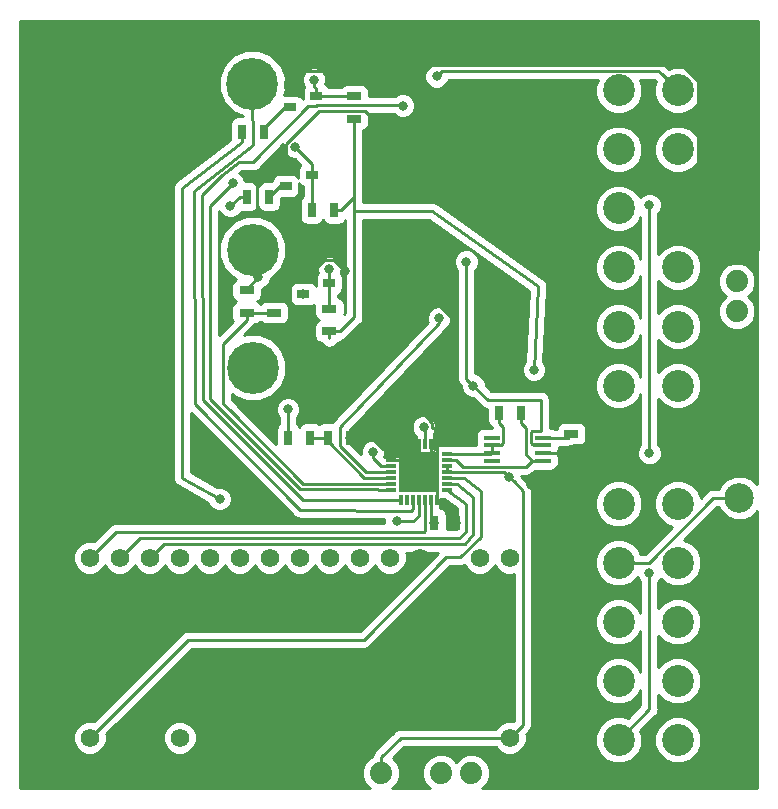
<source format=gbr>
G04 #@! TF.GenerationSoftware,KiCad,Pcbnew,(5.0.1)-rc2*
G04 #@! TF.CreationDate,2018-11-18T14:41:54-07:00*
G04 #@! TF.ProjectId,PowerSupply,506F776572537570706C792E6B696361,rev?*
G04 #@! TF.SameCoordinates,Original*
G04 #@! TF.FileFunction,Copper,L2,Bot,Signal*
G04 #@! TF.FilePolarity,Positive*
%FSLAX46Y46*%
G04 Gerber Fmt 4.6, Leading zero omitted, Abs format (unit mm)*
G04 Created by KiCad (PCBNEW (5.0.1)-rc2) date 11/18/2018 2:41:54 PM*
%MOMM*%
%LPD*%
G01*
G04 APERTURE LIST*
G04 #@! TA.AperFunction,ComponentPad*
%ADD10C,2.700000*%
G04 #@! TD*
G04 #@! TA.AperFunction,ComponentPad*
%ADD11C,1.574800*%
G04 #@! TD*
G04 #@! TA.AperFunction,SMDPad,CuDef*
%ADD12R,1.300000X0.700000*%
G04 #@! TD*
G04 #@! TA.AperFunction,SMDPad,CuDef*
%ADD13R,1.198880X0.797560*%
G04 #@! TD*
G04 #@! TA.AperFunction,SMDPad,CuDef*
%ADD14R,0.797560X1.198880*%
G04 #@! TD*
G04 #@! TA.AperFunction,ComponentPad*
%ADD15C,1.879600*%
G04 #@! TD*
G04 #@! TA.AperFunction,SMDPad,CuDef*
%ADD16R,0.700000X1.300000*%
G04 #@! TD*
G04 #@! TA.AperFunction,SMDPad,CuDef*
%ADD17R,0.965200X0.304800*%
G04 #@! TD*
G04 #@! TA.AperFunction,SMDPad,CuDef*
%ADD18R,0.304800X0.965200*%
G04 #@! TD*
G04 #@! TA.AperFunction,SMDPad,CuDef*
%ADD19R,3.352800X3.352800*%
G04 #@! TD*
G04 #@! TA.AperFunction,SMDPad,CuDef*
%ADD20R,1.371600X0.406400*%
G04 #@! TD*
G04 #@! TA.AperFunction,SMDPad,CuDef*
%ADD21R,1.000760X0.800100*%
G04 #@! TD*
G04 #@! TA.AperFunction,BGAPad,CuDef*
%ADD22C,2.500000*%
G04 #@! TD*
G04 #@! TA.AperFunction,ComponentPad*
%ADD23C,4.400000*%
G04 #@! TD*
G04 #@! TA.AperFunction,ComponentPad*
%ADD24C,0.700000*%
G04 #@! TD*
G04 #@! TA.AperFunction,ViaPad*
%ADD25C,0.800000*%
G04 #@! TD*
G04 #@! TA.AperFunction,Conductor*
%ADD26C,0.250000*%
G04 #@! TD*
G04 #@! TA.AperFunction,Conductor*
%ADD27C,0.254000*%
G04 #@! TD*
G04 APERTURE END LIST*
D10*
G04 #@! TO.P,J2,1*
G04 #@! TO.N,+3V3*
X236000000Y-91500000D03*
G04 #@! TO.P,J2,2*
X236000000Y-96500000D03*
G04 #@! TO.P,J2,3*
G04 #@! TO.N,N/C*
X236000000Y-101500000D03*
G04 #@! TO.P,J2,4*
G04 #@! TO.N,/5VA*
X236000000Y-106500000D03*
G04 #@! TO.P,J2,5*
G04 #@! TO.N,N/C*
X236000000Y-111500000D03*
G04 #@! TO.P,J2,6*
G04 #@! TO.N,/5VA*
X236000000Y-116500000D03*
G04 #@! TO.P,J2,7*
G04 #@! TO.N,GND*
X236000000Y-121500000D03*
G04 #@! TO.P,J2,8*
G04 #@! TO.N,Net-(J2-Pad8)*
X236000000Y-126500000D03*
G04 #@! TO.P,J2,9*
G04 #@! TO.N,5V_USB*
X236000000Y-131500000D03*
G04 #@! TO.P,J2,10*
G04 #@! TO.N,+12V*
X236000000Y-136500000D03*
G04 #@! TO.P,J2,11*
X236000000Y-141500000D03*
G04 #@! TO.P,J2,12*
G04 #@! TO.N,+3V3*
X236000000Y-146500000D03*
G04 #@! TO.P,J2,13*
X241000000Y-91500000D03*
G04 #@! TO.P,J2,14*
G04 #@! TO.N,N/C*
X241000000Y-96500000D03*
G04 #@! TO.P,J2,15*
G04 #@! TO.N,GND*
X241000000Y-101500000D03*
G04 #@! TO.P,J2,16*
G04 #@! TO.N,Net-(J2-Pad16)*
X241000000Y-106500000D03*
G04 #@! TO.P,J2,17*
G04 #@! TO.N,Net-(J2-Pad17)*
X241000000Y-111500000D03*
G04 #@! TO.P,J2,18*
G04 #@! TO.N,N/C*
X241000000Y-116500000D03*
G04 #@! TO.P,J2,19*
G04 #@! TO.N,GND*
X241000000Y-121500000D03*
G04 #@! TO.P,J2,20*
G04 #@! TO.N,N/C*
X241000000Y-126500000D03*
G04 #@! TO.P,J2,21*
G04 #@! TO.N,Net-(H1-Pad1)*
X241000000Y-131500000D03*
G04 #@! TO.P,J2,22*
G04 #@! TO.N,N/C*
X241000000Y-136500000D03*
G04 #@! TO.P,J2,23*
X241000000Y-141500000D03*
G04 #@! TO.P,J2,24*
X241000000Y-146500000D03*
G04 #@! TD*
D11*
G04 #@! TO.P,A1,9*
G04 #@! TO.N,5V_EN*
X206460000Y-131080000D03*
G04 #@! TO.P,A1,15*
G04 #@! TO.N,SPI_MISO_PINX*
X191220000Y-131080000D03*
G04 #@! TO.P,A1,16*
G04 #@! TO.N,SPI_Clk_PINX*
X191220000Y-146320000D03*
G04 #@! TO.P,A1,14*
G04 #@! TO.N,SPI_MOSI_PINX*
X193760000Y-131080000D03*
G04 #@! TO.P,A1,13*
G04 #@! TO.N,SPI_ADC_CS_PINX*
X196300000Y-131080000D03*
G04 #@! TO.P,A1,12*
G04 #@! TO.N,SPI_3V3_CS_PINX*
X198840000Y-131080000D03*
G04 #@! TO.P,A1,19*
G04 #@! TO.N,POK*
X198840000Y-146320000D03*
G04 #@! TO.P,A1,11*
G04 #@! TO.N,3V3_FINE_EN*
X201380000Y-131080000D03*
G04 #@! TO.P,A1,10*
G04 #@! TO.N,3V3_COURSE_EN*
X203920000Y-131080000D03*
G04 #@! TO.P,A1,8*
G04 #@! TO.N,12V_EN*
X209000000Y-131080000D03*
G04 #@! TO.P,A1,7*
G04 #@! TO.N,CNVST_PINX*
X211540000Y-131080000D03*
G04 #@! TO.P,A1,6*
G04 #@! TO.N,EOC_PINX*
X214080000Y-131080000D03*
G04 #@! TO.P,A1,5*
G04 #@! TO.N,N/C*
X216620000Y-131080000D03*
G04 #@! TO.P,A1,4*
G04 #@! TO.N,GND*
X219160000Y-131080000D03*
G04 #@! TO.P,A1,2*
G04 #@! TO.N,Net-(A1-Pad2)*
X224240000Y-131080000D03*
G04 #@! TO.P,A1,1*
G04 #@! TO.N,Net-(A1-Pad1)*
X226780000Y-131080000D03*
G04 #@! TO.P,A1,30*
G04 #@! TO.N,+3V3*
X226780000Y-146320000D03*
G04 #@! TD*
D12*
G04 #@! TO.P,R5,2*
G04 #@! TO.N,Net-(Q3-Pad1)*
X213600000Y-92000000D03*
G04 #@! TO.P,R5,1*
G04 #@! TO.N,+12V*
X213600000Y-93900000D03*
G04 #@! TD*
D13*
G04 #@! TO.P,C1,2*
G04 #@! TO.N,Net-(C1-Pad2)*
X232000000Y-120600840D03*
G04 #@! TO.P,C1,1*
G04 #@! TO.N,GND*
X232000000Y-122399160D03*
G04 #@! TD*
D14*
G04 #@! TO.P,C2,1*
G04 #@! TO.N,Net-(C2-Pad1)*
X227700000Y-118800000D03*
G04 #@! TO.P,C2,2*
G04 #@! TO.N,Net-(C2-Pad2)*
X225901680Y-118800000D03*
G04 #@! TD*
G04 #@! TO.P,C4,1*
G04 #@! TO.N,GND*
X222199160Y-128100000D03*
G04 #@! TO.P,C4,2*
G04 #@! TO.N,Net-(C3-Pad2)*
X220400840Y-128100000D03*
G04 #@! TD*
D15*
G04 #@! TO.P,J1,1*
G04 #@! TO.N,Net-(A1-Pad1)*
X223500000Y-149300000D03*
G04 #@! TO.P,J1,2*
G04 #@! TO.N,Net-(A1-Pad2)*
X220960000Y-149300000D03*
G04 #@! TO.P,J1,3*
G04 #@! TO.N,GND*
X218420000Y-149300000D03*
G04 #@! TO.P,J1,4*
G04 #@! TO.N,+3V3*
X215880000Y-149300000D03*
G04 #@! TD*
G04 #@! TO.P,J3,1*
G04 #@! TO.N,Net-(J2-Pad16)*
X246000000Y-107660000D03*
G04 #@! TO.P,J3,2*
G04 #@! TO.N,Net-(J2-Pad17)*
X246000000Y-110200000D03*
G04 #@! TD*
D12*
G04 #@! TO.P,R1,2*
G04 #@! TO.N,5V_DIV_OUT*
X204496000Y-110316000D03*
G04 #@! TO.P,R1,1*
G04 #@! TO.N,5V_Out*
X204496000Y-108416000D03*
G04 #@! TD*
G04 #@! TO.P,R2,1*
G04 #@! TO.N,5V_DIV_OUT*
X206782000Y-110316000D03*
G04 #@! TO.P,R2,2*
G04 #@! TO.N,GND*
X206782000Y-108416000D03*
G04 #@! TD*
D16*
G04 #@! TO.P,R3,1*
G04 #@! TO.N,12V_Out*
X208000000Y-120900000D03*
G04 #@! TO.P,R3,2*
G04 #@! TO.N,12V_DIV_Out*
X209900000Y-120900000D03*
G04 #@! TD*
G04 #@! TO.P,R4,2*
G04 #@! TO.N,GND*
X213250000Y-120900000D03*
G04 #@! TO.P,R4,1*
G04 #@! TO.N,12V_DIV_Out*
X211350000Y-120900000D03*
G04 #@! TD*
D12*
G04 #@! TO.P,R6,1*
G04 #@! TO.N,+12V*
X211500000Y-111900000D03*
G04 #@! TO.P,R6,2*
G04 #@! TO.N,Net-(Q4-Pad1)*
X211500000Y-110000000D03*
G04 #@! TD*
D16*
G04 #@! TO.P,R9,2*
G04 #@! TO.N,Net-(Q2-Pad1)*
X210000000Y-101600000D03*
G04 #@! TO.P,R9,1*
G04 #@! TO.N,+12V*
X211900000Y-101600000D03*
G04 #@! TD*
G04 #@! TO.P,R10,1*
G04 #@! TO.N,Net-(Q5-Pad1)*
X206000000Y-95000000D03*
G04 #@! TO.P,R10,2*
G04 #@! TO.N,3V3_COURSE_EN*
X204100000Y-95000000D03*
G04 #@! TD*
G04 #@! TO.P,R13,1*
G04 #@! TO.N,Net-(Q8-Pad1)*
X206400000Y-100500000D03*
G04 #@! TO.P,R13,2*
G04 #@! TO.N,3V3_FINE_EN*
X204500000Y-100500000D03*
G04 #@! TD*
D17*
G04 #@! TO.P,U4,1*
G04 #@! TO.N,3V3_Fine_Out*
X216725100Y-125300000D03*
G04 #@! TO.P,U4,2*
G04 #@! TO.N,5V_DIV_OUT*
X216725100Y-124800001D03*
G04 #@! TO.P,U4,3*
G04 #@! TO.N,12V_DIV_Out*
X216725100Y-124299999D03*
G04 #@! TO.P,U4,4*
G04 #@! TO.N,Net-(U2-Pad10)*
X216725100Y-123800000D03*
G04 #@! TO.P,U4,5*
G04 #@! TO.N,Net-(U3-Pad10)*
X216725100Y-123300001D03*
G04 #@! TO.P,U4,6*
G04 #@! TO.N,GND*
X216725100Y-122799999D03*
G04 #@! TO.P,U4,7*
X216725100Y-122300000D03*
D18*
G04 #@! TO.P,U4,8*
X217600000Y-121425100D03*
G04 #@! TO.P,U4,9*
X218099999Y-121425100D03*
G04 #@! TO.P,U4,10*
X218600001Y-121425100D03*
G04 #@! TO.P,U4,11*
X219100000Y-121425100D03*
G04 #@! TO.P,U4,12*
G04 #@! TO.N,CNVST_PINX*
X219599999Y-121425100D03*
G04 #@! TO.P,U4,13*
G04 #@! TO.N,GND*
X220100001Y-121425100D03*
G04 #@! TO.P,U4,14*
X220600000Y-121425100D03*
D17*
G04 #@! TO.P,U4,15*
G04 #@! TO.N,Net-(C2-Pad2)*
X221474900Y-122300000D03*
G04 #@! TO.P,U4,16*
G04 #@! TO.N,Net-(C2-Pad1)*
X221474900Y-122799999D03*
G04 #@! TO.P,U4,17*
G04 #@! TO.N,+3V3*
X221474900Y-123300001D03*
G04 #@! TO.P,U4,18*
X221474900Y-123800000D03*
G04 #@! TO.P,U4,19*
G04 #@! TO.N,SPI_Clk_PINX*
X221474900Y-124299999D03*
G04 #@! TO.P,U4,20*
G04 #@! TO.N,SPI_ADC_CS_PINX*
X221474900Y-124800001D03*
G04 #@! TO.P,U4,21*
G04 #@! TO.N,SPI_MOSI_PINX*
X221474900Y-125300000D03*
D18*
G04 #@! TO.P,U4,22*
G04 #@! TO.N,GND*
X220600000Y-126174900D03*
G04 #@! TO.P,U4,23*
G04 #@! TO.N,Net-(C3-Pad2)*
X220100001Y-126174900D03*
G04 #@! TO.P,U4,24*
G04 #@! TO.N,SPI_MISO_PINX*
X219599999Y-126174900D03*
G04 #@! TO.P,U4,25*
G04 #@! TO.N,EOC_PINX*
X219100000Y-126174900D03*
G04 #@! TO.P,U4,26*
G04 #@! TO.N,3V3_Out*
X218600001Y-126174900D03*
G04 #@! TO.P,U4,27*
G04 #@! TO.N,N/C*
X218099999Y-126174900D03*
G04 #@! TO.P,U4,28*
G04 #@! TO.N,Net-(U1-Pad10)*
X217600000Y-126174900D03*
D19*
G04 #@! TO.P,U4,29*
G04 #@! TO.N,GND*
X219100000Y-123800000D03*
G04 #@! TD*
D20*
G04 #@! TO.P,U5,1*
G04 #@! TO.N,Net-(C1-Pad2)*
X229600000Y-120900000D03*
G04 #@! TO.P,U5,2*
G04 #@! TO.N,+3V3*
X229600000Y-121549998D03*
G04 #@! TO.P,U5,3*
G04 #@! TO.N,GND*
X229600000Y-122200000D03*
G04 #@! TO.P,U5,4*
G04 #@! TO.N,Net-(C2-Pad1)*
X229600000Y-122849998D03*
G04 #@! TO.P,U5,5*
G04 #@! TO.N,N/C*
X225231200Y-122849998D03*
G04 #@! TO.P,U5,6*
G04 #@! TO.N,Net-(C2-Pad2)*
X225231200Y-122200000D03*
G04 #@! TO.P,U5,7*
X225231200Y-121549998D03*
G04 #@! TO.P,U5,8*
G04 #@! TO.N,N/C*
X225231200Y-120900000D03*
G04 #@! TD*
D21*
G04 #@! TO.P,Q5,3*
G04 #@! TO.N,Net-(Q3-Pad1)*
X210399820Y-92000000D03*
G04 #@! TO.P,Q5,2*
G04 #@! TO.N,GND*
X208200180Y-91047500D03*
G04 #@! TO.P,Q5,1*
G04 #@! TO.N,Net-(Q5-Pad1)*
X208200180Y-92952500D03*
G04 #@! TD*
G04 #@! TO.P,Q6,1*
G04 #@! TO.N,Net-(Q6-Pad1)*
X209300180Y-108752500D03*
G04 #@! TO.P,Q6,2*
G04 #@! TO.N,GND*
X209300180Y-106847500D03*
G04 #@! TO.P,Q6,3*
G04 #@! TO.N,Net-(Q4-Pad1)*
X211499820Y-107800000D03*
G04 #@! TD*
G04 #@! TO.P,Q8,1*
G04 #@! TO.N,Net-(Q8-Pad1)*
X207800000Y-99605000D03*
G04 #@! TO.P,Q8,2*
G04 #@! TO.N,GND*
X207800000Y-97700000D03*
G04 #@! TO.P,Q8,3*
G04 #@! TO.N,Net-(Q2-Pad1)*
X209999640Y-98652500D03*
G04 #@! TD*
D22*
G04 #@! TO.P,H3,1*
G04 #@! TO.N,5V_USB*
X246200000Y-126000000D03*
G04 #@! TD*
D23*
G04 #@! TO.P,H4,1*
G04 #@! TO.N,5V_Out*
X205000000Y-105000000D03*
D24*
X206650000Y-105000000D03*
X206166726Y-106166726D03*
X205000000Y-106650000D03*
X203833274Y-106166726D03*
X203350000Y-105000000D03*
X203833274Y-103833274D03*
X205000000Y-103350000D03*
X206166726Y-103833274D03*
G04 #@! TD*
D23*
G04 #@! TO.P,H5,1*
G04 #@! TO.N,12V_Out*
X205000000Y-115000000D03*
D24*
X206650000Y-115000000D03*
X206166726Y-116166726D03*
X205000000Y-116650000D03*
X203833274Y-116166726D03*
X203350000Y-115000000D03*
X203833274Y-113833274D03*
X205000000Y-113350000D03*
X206166726Y-113833274D03*
G04 #@! TD*
G04 #@! TO.P,H6,1*
G04 #@! TO.N,3V3_Out*
X206144726Y-89765274D03*
X204978000Y-89282000D03*
X203811274Y-89765274D03*
X203328000Y-90932000D03*
X203811274Y-92098726D03*
X204978000Y-92582000D03*
X206144726Y-92098726D03*
X206628000Y-90932000D03*
D23*
X204978000Y-90932000D03*
G04 #@! TD*
G04 #@! TO.P,H7,1*
G04 #@! TO.N,GND*
X226300000Y-110000000D03*
D24*
X227950000Y-110000000D03*
X227466726Y-111166726D03*
X226300000Y-111650000D03*
X225133274Y-111166726D03*
X224650000Y-110000000D03*
X225133274Y-108833274D03*
X226300000Y-108350000D03*
X227466726Y-108833274D03*
G04 #@! TD*
D25*
G04 #@! TO.N,GND*
X218200000Y-122900000D03*
X222199160Y-128100000D03*
X214200000Y-90300000D03*
X208200180Y-91047500D03*
X217112653Y-99112653D03*
X213250000Y-120900000D03*
X215514568Y-107600000D03*
X212800000Y-106800000D03*
X223200000Y-120400000D03*
X218100000Y-118100000D03*
X228600000Y-124925001D03*
G04 #@! TO.N,Net-(C3-Pad2)*
X220400840Y-128100000D03*
G04 #@! TO.N,+3V3*
X220575221Y-90326622D03*
X223700000Y-116500000D03*
X226700000Y-124200000D03*
G04 #@! TO.N,+12V*
X228816000Y-115148000D03*
G04 #@! TO.N,12V_Out*
X208000000Y-118500000D03*
G04 #@! TO.N,5V_Out*
X205500000Y-107300000D03*
G04 #@! TO.N,Net-(Q6-Pad1)*
X209300180Y-108752500D03*
G04 #@! TO.N,3V3_COURSE_EN*
X202200000Y-126100000D03*
G04 #@! TO.N,3V3_FINE_EN*
X203100000Y-101300000D03*
G04 #@! TO.N,Net-(U2-Pad10)*
X220800000Y-110800000D03*
G04 #@! TO.N,Net-(U3-Pad10)*
X215200000Y-122100000D03*
G04 #@! TO.N,CNVST_PINX*
X219500000Y-120000000D03*
G04 #@! TO.N,EOC_PINX*
X217200000Y-128000000D03*
G04 #@! TO.N,Net-(Q2-Pad1)*
X208600000Y-96300000D03*
G04 #@! TO.N,Net-(Q3-Pad1)*
X210200000Y-90600000D03*
G04 #@! TO.N,Net-(Q4-Pad1)*
X211500000Y-106600000D03*
G04 #@! TO.N,+3V3*
X238600000Y-132400000D03*
X238600000Y-122225000D03*
X238600000Y-101200000D03*
X223100000Y-106000000D03*
G04 #@! TO.N,Net-(U1-Pad10)*
X217700000Y-92800000D03*
G04 #@! TO.N,3V3_Fine_Out*
X203300000Y-99375370D03*
G04 #@! TD*
D26*
G04 #@! TO.N,Net-(C1-Pad2)*
X231700840Y-120900000D02*
X232000000Y-120600840D01*
X229600000Y-120900000D02*
X231700840Y-120900000D01*
G04 #@! TO.N,GND*
X216725100Y-121897600D02*
X216725100Y-122300000D01*
X208549800Y-106847500D02*
X209300180Y-106847500D01*
X207750500Y-106847500D02*
X208549800Y-106847500D01*
X206782000Y-107816000D02*
X207750500Y-106847500D01*
X206782000Y-108416000D02*
X206782000Y-107816000D01*
X231800840Y-122200000D02*
X232000000Y-122399160D01*
X229600000Y-122200000D02*
X231800840Y-122200000D01*
X217197600Y-121425100D02*
X216725100Y-121897600D01*
X217600000Y-121425100D02*
X217197600Y-121425100D01*
X216725100Y-122300000D02*
X216725100Y-122799999D01*
X217600000Y-121425100D02*
X218099999Y-121425100D01*
X218099999Y-121425100D02*
X218600001Y-121425100D01*
X219100000Y-121425100D02*
X218600001Y-121425100D01*
X220100001Y-121425100D02*
X220600000Y-121425100D01*
X220600000Y-122300000D02*
X219100000Y-123800000D01*
X220600000Y-121425100D02*
X220600000Y-122300000D01*
X220100001Y-122799999D02*
X219100000Y-123800000D01*
X220100001Y-121425100D02*
X220100001Y-122799999D01*
X218600001Y-123300001D02*
X219100000Y-123800000D01*
X218600001Y-121425100D02*
X218600001Y-123300001D01*
X218099999Y-121425100D02*
X218099999Y-122799999D01*
X219100000Y-123657700D02*
X219100000Y-123800000D01*
X217600000Y-122157700D02*
X219100000Y-123657700D01*
X217600000Y-121425100D02*
X217600000Y-122157700D01*
X217600000Y-122300000D02*
X219100000Y-123800000D01*
X216725100Y-122300000D02*
X217600000Y-122300000D01*
X218099999Y-122799999D02*
X219100000Y-123800000D01*
X216725100Y-122799999D02*
X218099999Y-122799999D01*
X219100000Y-121425100D02*
X219100000Y-123800000D01*
X220577402Y-125277402D02*
X219100000Y-123800000D01*
X220577402Y-125777402D02*
X220577402Y-125277402D01*
X220600000Y-125800000D02*
X220577402Y-125777402D01*
X220600000Y-126174900D02*
X220600000Y-125800000D01*
X220600000Y-126300180D02*
X220600000Y-126174900D01*
X222199160Y-127899340D02*
X220600000Y-126300180D01*
X222199160Y-128100000D02*
X222199160Y-127899340D01*
X232000000Y-121750380D02*
X232000000Y-122399160D01*
X232250380Y-121500000D02*
X232000000Y-121750380D01*
X236000000Y-121500000D02*
X232250380Y-121500000D01*
X213850000Y-120900000D02*
X213250000Y-120900000D01*
X215073002Y-120900000D02*
X213850000Y-120900000D01*
X216070602Y-121897600D02*
X215073002Y-120900000D01*
X216725100Y-121897600D02*
X216070602Y-121897600D01*
X207049620Y-97700000D02*
X205400000Y-99349620D01*
X207800000Y-97700000D02*
X207049620Y-97700000D01*
X205400000Y-101662998D02*
X205837002Y-102100000D01*
X205400000Y-99349620D02*
X205400000Y-101662998D01*
X205837002Y-102100000D02*
X207900000Y-102100000D01*
X209300180Y-103500180D02*
X209300180Y-106847500D01*
X207900000Y-102100000D02*
X209300180Y-103500180D01*
X213209314Y-89874999D02*
X208525001Y-89874999D01*
X214200000Y-90300000D02*
X213634315Y-90300000D01*
X213634315Y-90300000D02*
X213209314Y-89874999D01*
X208200180Y-90199820D02*
X208200180Y-91047500D01*
X208525001Y-89874999D02*
X208200180Y-90199820D01*
X238612653Y-99112653D02*
X241000000Y-101500000D01*
X217112653Y-99112653D02*
X238612653Y-99112653D01*
X213850000Y-120900000D02*
X222100000Y-112650000D01*
X218673002Y-107600000D02*
X215514568Y-107600000D01*
X222100000Y-111026998D02*
X218673002Y-107600000D01*
X222100000Y-112650000D02*
X222100000Y-111026998D01*
X211023061Y-105874999D02*
X211874999Y-105874999D01*
X209300180Y-106847500D02*
X210050560Y-106847500D01*
X210050560Y-106847500D02*
X211023061Y-105874999D01*
X211874999Y-105874999D02*
X212800000Y-106800000D01*
X214200000Y-90300000D02*
X214200000Y-88000000D01*
X242349999Y-100150001D02*
X241000000Y-101500000D01*
X242675001Y-99824999D02*
X242349999Y-100150001D01*
X242675001Y-90695999D02*
X242675001Y-99824999D01*
X241353991Y-89374989D02*
X242675001Y-90695999D01*
X215574989Y-89374989D02*
X241353991Y-89374989D01*
X214200000Y-88000000D02*
X215574989Y-89374989D01*
X217112653Y-98546968D02*
X217112653Y-99112653D01*
X217112653Y-95827651D02*
X217112653Y-98546968D01*
X214510001Y-93224999D02*
X217112653Y-95827651D01*
X210601999Y-93224999D02*
X214510001Y-93224999D01*
X207800000Y-96026998D02*
X210601999Y-93224999D01*
X207800000Y-97700000D02*
X207800000Y-96026998D01*
X220600000Y-121094900D02*
X221594900Y-120100000D01*
X220600000Y-121425100D02*
X220600000Y-121094900D01*
X221594900Y-120100000D02*
X222900000Y-120100000D01*
X222900000Y-120100000D02*
X223200000Y-120400000D01*
X218673002Y-118100000D02*
X218100000Y-118100000D01*
X220225001Y-119651999D02*
X218673002Y-118100000D01*
X221594900Y-120100000D02*
X220225001Y-120100000D01*
X220225001Y-120100000D02*
X220225001Y-119651999D01*
X231799340Y-122399160D02*
X232000000Y-122399160D01*
X230700000Y-123498500D02*
X231799340Y-122399160D01*
X228600000Y-124925001D02*
X230700000Y-123498500D01*
G04 #@! TO.N,Net-(C2-Pad1)*
X228135999Y-123378199D02*
X228664200Y-122849998D01*
X222785700Y-123378199D02*
X228135999Y-123378199D01*
X222207500Y-122799999D02*
X222785700Y-123378199D01*
X221474900Y-122799999D02*
X222207500Y-122799999D01*
X228664200Y-122849998D02*
X229600000Y-122849998D01*
X228139189Y-122324987D02*
X228664200Y-122849998D01*
X228139189Y-120088629D02*
X228139189Y-122324987D01*
X227700000Y-119649440D02*
X228139189Y-120088629D01*
X227700000Y-118800000D02*
X227700000Y-119649440D01*
G04 #@! TO.N,Net-(C2-Pad2)*
X225131200Y-122300000D02*
X225231200Y-122200000D01*
X221474900Y-122300000D02*
X225131200Y-122300000D01*
X225231200Y-121549998D02*
X225231200Y-122200000D01*
X225901680Y-119649440D02*
X225901680Y-118800000D01*
X226242001Y-119989761D02*
X225901680Y-119649440D01*
X226242001Y-121363201D02*
X226242001Y-119989761D01*
X226055204Y-121549998D02*
X226242001Y-121363201D01*
X225231200Y-121549998D02*
X226055204Y-121549998D01*
G04 #@! TO.N,Net-(C3-Pad2)*
X220100001Y-127799161D02*
X220100001Y-126174900D01*
X220400840Y-128100000D02*
X220100001Y-127799161D01*
G04 #@! TO.N,+3V3*
X239650001Y-90150001D02*
X241000000Y-91500000D01*
X239324999Y-89824999D02*
X239650001Y-90150001D01*
X221076844Y-89824999D02*
X239324999Y-89824999D01*
X220575221Y-90326622D02*
X221076844Y-89824999D01*
X229600000Y-121549998D02*
X228775996Y-121549998D01*
X228654199Y-120371799D02*
X229400000Y-120371799D01*
X228589199Y-120436799D02*
X228654199Y-120371799D01*
X228589199Y-121363201D02*
X228589199Y-120436799D01*
X228654199Y-121428201D02*
X228589199Y-121363201D01*
X228775996Y-121549998D02*
X228897793Y-121428201D01*
X228897793Y-121428201D02*
X228654199Y-121428201D01*
X229400000Y-120371799D02*
X229400000Y-117700000D01*
X224900000Y-117700000D02*
X223700000Y-116500000D01*
X229400000Y-117700000D02*
X224900000Y-117700000D01*
X221474900Y-123300001D02*
X221474900Y-123800000D01*
X222235709Y-123828209D02*
X226328209Y-123828209D01*
X221474900Y-123800000D02*
X222207500Y-123800000D01*
X222207500Y-123800000D02*
X222235709Y-123828209D01*
X226328209Y-123828209D02*
X226700000Y-124200000D01*
X225666449Y-146320000D02*
X226780000Y-146320000D01*
X217530923Y-146320000D02*
X225666449Y-146320000D01*
X215880000Y-147970923D02*
X217530923Y-146320000D01*
X215880000Y-149300000D02*
X215880000Y-147970923D01*
X227099999Y-124599999D02*
X226700000Y-124200000D01*
X227892401Y-125392401D02*
X227099999Y-124599999D01*
X227892401Y-145207599D02*
X227892401Y-125392401D01*
X226780000Y-146320000D02*
X227892401Y-145207599D01*
G04 #@! TO.N,+12V*
X211500000Y-112500000D02*
X211500000Y-111900000D01*
X212500000Y-101600000D02*
X211900000Y-101600000D01*
X213600000Y-100500000D02*
X212500000Y-101600000D01*
X212400000Y-111900000D02*
X213600000Y-110700000D01*
X211500000Y-111900000D02*
X212400000Y-111900000D01*
X213600000Y-93900000D02*
X213600000Y-100300000D01*
X213600000Y-100300000D02*
X213600000Y-100500000D01*
X213600000Y-101700000D02*
X213600000Y-100300000D01*
X213600000Y-110700000D02*
X213600000Y-101700000D01*
G04 #@! TO.N,5V_USB*
X244020998Y-126000000D02*
X246200000Y-126000000D01*
X236000000Y-131500000D02*
X238520998Y-131500000D01*
X238520998Y-131500000D02*
X244020998Y-126000000D01*
G04 #@! TO.N,SPI_Clk_PINX*
X199540000Y-138000000D02*
X191220000Y-146320000D01*
X214400000Y-138000000D02*
X199540000Y-138000000D01*
X221474900Y-124299999D02*
X222899999Y-124299999D01*
X224300000Y-125400000D02*
X224300000Y-129300000D01*
X222899999Y-124299999D02*
X224300000Y-125400000D01*
X222600000Y-131000000D02*
X221400000Y-131000000D01*
X224300000Y-129300000D02*
X222600000Y-131000000D01*
X221400000Y-131000000D02*
X214400000Y-138000000D01*
G04 #@! TO.N,SPI_MOSI_PINX*
X195440000Y-129400000D02*
X193760000Y-131080000D01*
X222500000Y-129400000D02*
X195440000Y-129400000D01*
X223100000Y-128900000D02*
X222500000Y-129400000D01*
X223100000Y-126500000D02*
X223100000Y-128900000D01*
X221474900Y-125300000D02*
X221474900Y-125374900D01*
X221474900Y-125374900D02*
X223100000Y-126500000D01*
G04 #@! TO.N,12V_Out*
X208000000Y-118500000D02*
X208000000Y-120900000D01*
G04 #@! TO.N,3V3_Out*
X218600000Y-126174901D02*
X218600001Y-126174900D01*
G04 #@! TO.N,5V_Out*
X204496000Y-108416000D02*
X204496000Y-108304000D01*
X204496000Y-108304000D02*
X205500000Y-107300000D01*
G04 #@! TO.N,5V_DIV_OUT*
X204496000Y-110316000D02*
X206782000Y-110316000D01*
G04 #@! TO.N,3V3_Fine_Out*
X215600000Y-125300000D02*
X216725100Y-125300000D01*
G04 #@! TO.N,12V_DIV_Out*
X209900000Y-120900000D02*
X211350000Y-120900000D01*
G04 #@! TO.N,Net-(Q5-Pad1)*
X207747500Y-92952500D02*
X208200180Y-92952500D01*
X206000000Y-94700000D02*
X207747500Y-92952500D01*
X206000000Y-95000000D02*
X206000000Y-94700000D01*
G04 #@! TO.N,Net-(Q8-Pad1)*
X207295000Y-99605000D02*
X206400000Y-100500000D01*
X207800000Y-99605000D02*
X207295000Y-99605000D01*
G04 #@! TO.N,3V3_Out*
X218600001Y-126907500D02*
X218600001Y-126174900D01*
X209000000Y-127000000D02*
X218407501Y-127100000D01*
X204978000Y-94043269D02*
X205000000Y-94065269D01*
X204978000Y-90932000D02*
X204978000Y-94043269D01*
X205000000Y-94065269D02*
X205000000Y-96100000D01*
X218407501Y-127100000D02*
X218600001Y-126907500D01*
X205000000Y-96100000D02*
X200000000Y-100000000D01*
X200000000Y-100000000D02*
X200100000Y-118100000D01*
X200100000Y-118100000D02*
X209000000Y-127000000D01*
G04 #@! TO.N,5V_DIV_OUT*
X209300000Y-124800000D02*
X216725100Y-124800001D01*
X203100000Y-118600000D02*
X209300000Y-124800000D01*
X202474999Y-118038589D02*
X203100000Y-118600000D01*
X202474999Y-112937001D02*
X202474999Y-118038589D01*
X204496000Y-110316000D02*
X204496000Y-110916000D01*
X204496000Y-110916000D02*
X202474999Y-112937001D01*
G04 #@! TO.N,12V_DIV_Out*
X214449999Y-124299999D02*
X216725100Y-124299999D01*
X211350000Y-121200000D02*
X214449999Y-124299999D01*
X211350000Y-120900000D02*
X211350000Y-121200000D01*
G04 #@! TO.N,3V3_COURSE_EN*
X204100000Y-95900000D02*
X204100000Y-95000000D01*
X199000000Y-99800000D02*
X204100000Y-95900000D01*
X202200000Y-126100000D02*
X199000000Y-124300000D01*
X199000000Y-124300000D02*
X199000000Y-99800000D01*
G04 #@! TO.N,3V3_FINE_EN*
X204500000Y-100500000D02*
X203900000Y-100500000D01*
X203900000Y-100500000D02*
X203100000Y-101300000D01*
G04 #@! TO.N,Net-(U2-Pad10)*
X214586410Y-123800000D02*
X215700000Y-123800000D01*
X212800000Y-122000000D02*
X212800000Y-122013590D01*
X215700000Y-123800000D02*
X216725100Y-123800000D01*
X220800000Y-110800000D02*
X220800000Y-111185002D01*
X220800000Y-111185002D02*
X212400000Y-120000000D01*
X212400000Y-120000000D02*
X212400000Y-121600000D01*
X212800000Y-122013590D02*
X214586410Y-123800000D01*
X212400000Y-121600000D02*
X212800000Y-122000000D01*
G04 #@! TO.N,Net-(U3-Pad10)*
X215992500Y-123300001D02*
X216725100Y-123300001D01*
X215834316Y-123300001D02*
X215992500Y-123300001D01*
X215200000Y-122665685D02*
X215834316Y-123300001D01*
X215200000Y-122100000D02*
X215200000Y-122665685D01*
G04 #@! TO.N,CNVST_PINX*
X219599999Y-120099999D02*
X219599999Y-121425100D01*
X219500000Y-120000000D02*
X219599999Y-120099999D01*
G04 #@! TO.N,SPI_ADC_CS_PINX*
X197480000Y-129900000D02*
X196300000Y-131080000D01*
X223000000Y-129900000D02*
X197480000Y-129900000D01*
X223700000Y-129100000D02*
X223000000Y-129900000D01*
X223700000Y-125900000D02*
X223700000Y-129100000D01*
X221474900Y-124800001D02*
X222300000Y-124800000D01*
X222300000Y-124800000D02*
X223700000Y-125900000D01*
G04 #@! TO.N,SPI_MISO_PINX*
X219599999Y-126174900D02*
X219599999Y-128800001D01*
X219599999Y-128800001D02*
X219500000Y-128900000D01*
X193400000Y-128900000D02*
X191220000Y-131080000D01*
X219500000Y-128900000D02*
X193400000Y-128900000D01*
G04 #@! TO.N,EOC_PINX*
X219100000Y-126174900D02*
X219100000Y-126907500D01*
X219100000Y-126907500D02*
X219100000Y-127274999D01*
X219100000Y-127274999D02*
X219100000Y-127500000D01*
X219100000Y-127500000D02*
X218600000Y-128000000D01*
X218600000Y-128000000D02*
X217200000Y-128000000D01*
G04 #@! TO.N,Net-(Q2-Pad1)*
X209999640Y-98652500D02*
X209999640Y-97699640D01*
X209999640Y-97699640D02*
X208600000Y-96300000D01*
X209999640Y-101599640D02*
X210000000Y-101600000D01*
X209999640Y-98652500D02*
X209999640Y-101599640D01*
G04 #@! TO.N,Net-(Q3-Pad1)*
X210399820Y-91349950D02*
X210200000Y-91150130D01*
X210399820Y-92000000D02*
X210399820Y-91349950D01*
X210200000Y-91150130D02*
X210200000Y-90600000D01*
X211150200Y-92000000D02*
X213600000Y-92000000D01*
X210399820Y-92000000D02*
X211150200Y-92000000D01*
G04 #@! TO.N,Net-(Q4-Pad1)*
X211499820Y-107800000D02*
X211499820Y-106600180D01*
X211499820Y-106600180D02*
X211500000Y-106600000D01*
X211500000Y-107800180D02*
X211499820Y-107800000D01*
X211500000Y-110000000D02*
X211500000Y-107800180D01*
G04 #@! TO.N,+3V3*
X236000000Y-146500000D02*
X238600000Y-143900000D01*
X238600000Y-143900000D02*
X238600000Y-132400000D01*
X238600000Y-122225000D02*
X238600000Y-101200000D01*
X223100000Y-115900000D02*
X223100000Y-106000000D01*
X223700000Y-116500000D02*
X223100000Y-115900000D01*
G04 #@! TO.N,+12V*
X229200000Y-108100000D02*
X228816000Y-115148000D01*
X213600000Y-101700000D02*
X220173002Y-101700000D01*
X220173002Y-101700000D02*
X229200000Y-108100000D01*
G04 #@! TO.N,Net-(U1-Pad10)*
X209700000Y-92800000D02*
X205038112Y-97600000D01*
X205038112Y-97600000D02*
X203808608Y-97600000D01*
X200800000Y-117600000D02*
X200800000Y-117700000D01*
X203808608Y-97600000D02*
X202405848Y-98694152D01*
X209245066Y-126145066D02*
X209310983Y-126174900D01*
X202405848Y-98694152D02*
X200700000Y-100400000D01*
X200700000Y-100400000D02*
X200800000Y-117600000D01*
X200800000Y-117700000D02*
X209245066Y-126145066D01*
X209310983Y-126174900D02*
X217197600Y-126174900D01*
X217197600Y-126174900D02*
X217600000Y-126174900D01*
X217674989Y-92774989D02*
X217700000Y-92800000D01*
X210415599Y-92774989D02*
X217674989Y-92774989D01*
X209700000Y-92800000D02*
X210390588Y-92800000D01*
X210390588Y-92800000D02*
X210415599Y-92774989D01*
G04 #@! TO.N,3V3_Fine_Out*
X209050009Y-125250009D02*
X201400000Y-117600000D01*
X215600000Y-125300000D02*
X215600000Y-125250011D01*
X215600000Y-125250011D02*
X209050009Y-125250009D01*
X201400000Y-117600000D02*
X201400000Y-101275370D01*
X201400000Y-101275370D02*
X203300000Y-99375370D01*
G04 #@! TD*
D27*
G04 #@! TO.N,GND*
G36*
X247729722Y-124863929D02*
X247267767Y-124401974D01*
X246574950Y-124115000D01*
X245825050Y-124115000D01*
X245132233Y-124401974D01*
X244601974Y-124932233D01*
X244474493Y-125240000D01*
X244095846Y-125240000D01*
X244020998Y-125225112D01*
X243946150Y-125240000D01*
X243946146Y-125240000D01*
X243724461Y-125284096D01*
X243473069Y-125452071D01*
X243430669Y-125515527D01*
X242942834Y-126003362D01*
X242682801Y-125375588D01*
X242124412Y-124817199D01*
X241394841Y-124515000D01*
X240605159Y-124515000D01*
X239875588Y-124817199D01*
X239317199Y-125375588D01*
X239015000Y-126105159D01*
X239015000Y-126894841D01*
X239317199Y-127624412D01*
X239875588Y-128182801D01*
X240503362Y-128442834D01*
X238206197Y-130740000D01*
X237833746Y-130740000D01*
X237682801Y-130375588D01*
X237124412Y-129817199D01*
X236394841Y-129515000D01*
X235605159Y-129515000D01*
X234875588Y-129817199D01*
X234317199Y-130375588D01*
X234015000Y-131105159D01*
X234015000Y-131894841D01*
X234317199Y-132624412D01*
X234875588Y-133182801D01*
X235605159Y-133485000D01*
X236394841Y-133485000D01*
X237124412Y-133182801D01*
X237604933Y-132702280D01*
X237722569Y-132986280D01*
X237840001Y-133103712D01*
X237840001Y-135755101D01*
X237682801Y-135375588D01*
X237124412Y-134817199D01*
X236394841Y-134515000D01*
X235605159Y-134515000D01*
X234875588Y-134817199D01*
X234317199Y-135375588D01*
X234015000Y-136105159D01*
X234015000Y-136894841D01*
X234317199Y-137624412D01*
X234875588Y-138182801D01*
X235605159Y-138485000D01*
X236394841Y-138485000D01*
X237124412Y-138182801D01*
X237682801Y-137624412D01*
X237840001Y-137244900D01*
X237840000Y-140755100D01*
X237682801Y-140375588D01*
X237124412Y-139817199D01*
X236394841Y-139515000D01*
X235605159Y-139515000D01*
X234875588Y-139817199D01*
X234317199Y-140375588D01*
X234015000Y-141105159D01*
X234015000Y-141894841D01*
X234317199Y-142624412D01*
X234875588Y-143182801D01*
X235605159Y-143485000D01*
X236394841Y-143485000D01*
X237124412Y-143182801D01*
X237682801Y-142624412D01*
X237840000Y-142244901D01*
X237840000Y-143585198D01*
X236759254Y-144665945D01*
X236394841Y-144515000D01*
X235605159Y-144515000D01*
X234875588Y-144817199D01*
X234317199Y-145375588D01*
X234015000Y-146105159D01*
X234015000Y-146894841D01*
X234317199Y-147624412D01*
X234875588Y-148182801D01*
X235605159Y-148485000D01*
X236394841Y-148485000D01*
X237124412Y-148182801D01*
X237682801Y-147624412D01*
X237985000Y-146894841D01*
X237985000Y-146105159D01*
X239015000Y-146105159D01*
X239015000Y-146894841D01*
X239317199Y-147624412D01*
X239875588Y-148182801D01*
X240605159Y-148485000D01*
X241394841Y-148485000D01*
X242124412Y-148182801D01*
X242682801Y-147624412D01*
X242985000Y-146894841D01*
X242985000Y-146105159D01*
X242682801Y-145375588D01*
X242124412Y-144817199D01*
X241394841Y-144515000D01*
X240605159Y-144515000D01*
X239875588Y-144817199D01*
X239317199Y-145375588D01*
X239015000Y-146105159D01*
X237985000Y-146105159D01*
X237834055Y-145740746D01*
X239084473Y-144490329D01*
X239147929Y-144447929D01*
X239315904Y-144196537D01*
X239360000Y-143974852D01*
X239360000Y-143974848D01*
X239374888Y-143900001D01*
X239360000Y-143825154D01*
X239360000Y-142667213D01*
X239875588Y-143182801D01*
X240605159Y-143485000D01*
X241394841Y-143485000D01*
X242124412Y-143182801D01*
X242682801Y-142624412D01*
X242985000Y-141894841D01*
X242985000Y-141105159D01*
X242682801Y-140375588D01*
X242124412Y-139817199D01*
X241394841Y-139515000D01*
X240605159Y-139515000D01*
X239875588Y-139817199D01*
X239360000Y-140332787D01*
X239360000Y-137667213D01*
X239875588Y-138182801D01*
X240605159Y-138485000D01*
X241394841Y-138485000D01*
X242124412Y-138182801D01*
X242682801Y-137624412D01*
X242985000Y-136894841D01*
X242985000Y-136105159D01*
X242682801Y-135375588D01*
X242124412Y-134817199D01*
X241394841Y-134515000D01*
X240605159Y-134515000D01*
X239875588Y-134817199D01*
X239360000Y-135332787D01*
X239360000Y-133103711D01*
X239477431Y-132986280D01*
X239536489Y-132843702D01*
X239875588Y-133182801D01*
X240605159Y-133485000D01*
X241394841Y-133485000D01*
X242124412Y-133182801D01*
X242682801Y-132624412D01*
X242985000Y-131894841D01*
X242985000Y-131105159D01*
X242682801Y-130375588D01*
X242124412Y-129817199D01*
X241526333Y-129569466D01*
X244335800Y-126760000D01*
X244474493Y-126760000D01*
X244601974Y-127067767D01*
X245132233Y-127598026D01*
X245825050Y-127885000D01*
X246574950Y-127885000D01*
X247267767Y-127598026D01*
X247726290Y-127139503D01*
X247690920Y-150590000D01*
X224437103Y-150590000D01*
X224835051Y-150192052D01*
X225074800Y-149613247D01*
X225074800Y-148986753D01*
X224835051Y-148407948D01*
X224392052Y-147964949D01*
X223813247Y-147725200D01*
X223186753Y-147725200D01*
X222607948Y-147964949D01*
X222230000Y-148342897D01*
X221852052Y-147964949D01*
X221273247Y-147725200D01*
X220646753Y-147725200D01*
X220067948Y-147964949D01*
X219624949Y-148407948D01*
X219385200Y-148986753D01*
X219385200Y-149613247D01*
X219624949Y-150192052D01*
X220022897Y-150590000D01*
X216817103Y-150590000D01*
X217215051Y-150192052D01*
X217454800Y-149613247D01*
X217454800Y-148986753D01*
X217215051Y-148407948D01*
X216866414Y-148059311D01*
X217845725Y-147080000D01*
X225555208Y-147080000D01*
X225574148Y-147125725D01*
X225974275Y-147525852D01*
X226497067Y-147742400D01*
X227062933Y-147742400D01*
X227585725Y-147525852D01*
X227985852Y-147125725D01*
X228202400Y-146602933D01*
X228202400Y-146037067D01*
X228183460Y-145991342D01*
X228376874Y-145797928D01*
X228440330Y-145755528D01*
X228608305Y-145504136D01*
X228652401Y-145282451D01*
X228652401Y-145282447D01*
X228667289Y-145207599D01*
X228652401Y-145132751D01*
X228652401Y-126105159D01*
X234015000Y-126105159D01*
X234015000Y-126894841D01*
X234317199Y-127624412D01*
X234875588Y-128182801D01*
X235605159Y-128485000D01*
X236394841Y-128485000D01*
X237124412Y-128182801D01*
X237682801Y-127624412D01*
X237985000Y-126894841D01*
X237985000Y-126105159D01*
X237682801Y-125375588D01*
X237124412Y-124817199D01*
X236394841Y-124515000D01*
X235605159Y-124515000D01*
X234875588Y-124817199D01*
X234317199Y-125375588D01*
X234015000Y-126105159D01*
X228652401Y-126105159D01*
X228652401Y-125467249D01*
X228667289Y-125392401D01*
X228652401Y-125317553D01*
X228652401Y-125317549D01*
X228608305Y-125095864D01*
X228608305Y-125095863D01*
X228482730Y-124907928D01*
X228440330Y-124844472D01*
X228376874Y-124802072D01*
X227735000Y-124160199D01*
X227735000Y-124138199D01*
X228061152Y-124138199D01*
X228135999Y-124153087D01*
X228210846Y-124138199D01*
X228210851Y-124138199D01*
X228432536Y-124094103D01*
X228683928Y-123926128D01*
X228726330Y-123862669D01*
X228892648Y-123696351D01*
X228914200Y-123700638D01*
X230285800Y-123700638D01*
X230533565Y-123651355D01*
X230743609Y-123511007D01*
X230883957Y-123300963D01*
X230933240Y-123053198D01*
X230933240Y-122646798D01*
X230883957Y-122399033D01*
X230750965Y-122199998D01*
X230883957Y-122000963D01*
X230933240Y-121753198D01*
X230933240Y-121660000D01*
X231625993Y-121660000D01*
X231700840Y-121674888D01*
X231775687Y-121660000D01*
X231775692Y-121660000D01*
X231840746Y-121647060D01*
X232599440Y-121647060D01*
X232847205Y-121597777D01*
X233057249Y-121457429D01*
X233197597Y-121247385D01*
X233246880Y-120999620D01*
X233246880Y-120202060D01*
X233197597Y-119954295D01*
X233057249Y-119744251D01*
X232847205Y-119603903D01*
X232599440Y-119554620D01*
X231400560Y-119554620D01*
X231152795Y-119603903D01*
X230942751Y-119744251D01*
X230802403Y-119954295D01*
X230765464Y-120140000D01*
X230595460Y-120140000D01*
X230533565Y-120098643D01*
X230285800Y-120049360D01*
X230160000Y-120049360D01*
X230160000Y-117774851D01*
X230174889Y-117700000D01*
X230128145Y-117465000D01*
X230115904Y-117403463D01*
X229947929Y-117152071D01*
X229696537Y-116984096D01*
X229400000Y-116925111D01*
X229325148Y-116940000D01*
X225214802Y-116940000D01*
X224735000Y-116460199D01*
X224735000Y-116294126D01*
X224577431Y-115913720D01*
X224286280Y-115622569D01*
X223905874Y-115465000D01*
X223860000Y-115465000D01*
X223860000Y-106703711D01*
X223977431Y-106586280D01*
X224135000Y-106205874D01*
X224135000Y-105794126D01*
X223977431Y-105413720D01*
X223686280Y-105122569D01*
X223305874Y-104965000D01*
X222894126Y-104965000D01*
X222513720Y-105122569D01*
X222222569Y-105413720D01*
X222065000Y-105794126D01*
X222065000Y-106205874D01*
X222222569Y-106586280D01*
X222340001Y-106703712D01*
X222340000Y-115825153D01*
X222325112Y-115900000D01*
X222340000Y-115974847D01*
X222340000Y-115974851D01*
X222384096Y-116196536D01*
X222552071Y-116447929D01*
X222615530Y-116490331D01*
X222665000Y-116539801D01*
X222665000Y-116705874D01*
X222822569Y-117086280D01*
X223113720Y-117377431D01*
X223494126Y-117535000D01*
X223660199Y-117535000D01*
X224309670Y-118184472D01*
X224352071Y-118247929D01*
X224603463Y-118415904D01*
X224825148Y-118460000D01*
X224825152Y-118460000D01*
X224855460Y-118466029D01*
X224855460Y-119399440D01*
X224904743Y-119647205D01*
X225045091Y-119857249D01*
X225192145Y-119955508D01*
X225254855Y-120049360D01*
X224545400Y-120049360D01*
X224297635Y-120098643D01*
X224087591Y-120238991D01*
X223947243Y-120449035D01*
X223897960Y-120696800D01*
X223897960Y-121103200D01*
X223922187Y-121224999D01*
X223897960Y-121346798D01*
X223897960Y-121540000D01*
X222157791Y-121540000D01*
X221957500Y-121500160D01*
X220992300Y-121500160D01*
X220744535Y-121549443D01*
X220534491Y-121689791D01*
X220399839Y-121891310D01*
X220399839Y-120942500D01*
X220359999Y-120742209D01*
X220359999Y-120603712D01*
X220377431Y-120586280D01*
X220535000Y-120205874D01*
X220535000Y-119794126D01*
X220377431Y-119413720D01*
X220086280Y-119122569D01*
X219705874Y-118965000D01*
X219294126Y-118965000D01*
X218913720Y-119122569D01*
X218622569Y-119413720D01*
X218465000Y-119794126D01*
X218465000Y-120205874D01*
X218622569Y-120586280D01*
X218829795Y-120793506D01*
X218800159Y-120942500D01*
X218800159Y-121907700D01*
X218849442Y-122155465D01*
X218989790Y-122365509D01*
X219199834Y-122505857D01*
X219447599Y-122555140D01*
X219752399Y-122555140D01*
X220000164Y-122505857D01*
X220210208Y-122365509D01*
X220344860Y-122163990D01*
X220344860Y-122452400D01*
X220364274Y-122549999D01*
X220344860Y-122647599D01*
X220344860Y-122952399D01*
X220364274Y-123050000D01*
X220344860Y-123147601D01*
X220344860Y-123452401D01*
X220364274Y-123550001D01*
X220344860Y-123647600D01*
X220344860Y-123952400D01*
X220364274Y-124049999D01*
X220344860Y-124147599D01*
X220344860Y-124452399D01*
X220364274Y-124550000D01*
X220344860Y-124647601D01*
X220344860Y-124952401D01*
X220364274Y-125050001D01*
X220360999Y-125066461D01*
X220252401Y-125044860D01*
X219947601Y-125044860D01*
X219850000Y-125064274D01*
X219752399Y-125044860D01*
X219447599Y-125044860D01*
X219350000Y-125064274D01*
X219252400Y-125044860D01*
X218947600Y-125044860D01*
X218850001Y-125064274D01*
X218752401Y-125044860D01*
X218447601Y-125044860D01*
X218350000Y-125064274D01*
X218252399Y-125044860D01*
X217947599Y-125044860D01*
X217850000Y-125064274D01*
X217838094Y-125061906D01*
X217835726Y-125050001D01*
X217855140Y-124952401D01*
X217855140Y-124647601D01*
X217835726Y-124550000D01*
X217855140Y-124452399D01*
X217855140Y-124147599D01*
X217835726Y-124049999D01*
X217855140Y-123952400D01*
X217855140Y-123647600D01*
X217835726Y-123550001D01*
X217855140Y-123452401D01*
X217855140Y-123147601D01*
X217805857Y-122899836D01*
X217665509Y-122689792D01*
X217455465Y-122549444D01*
X217207700Y-122500161D01*
X216242500Y-122500161D01*
X216146625Y-122519232D01*
X216235000Y-122305874D01*
X216235000Y-121894126D01*
X216077431Y-121513720D01*
X215786280Y-121222569D01*
X215405874Y-121065000D01*
X214994126Y-121065000D01*
X214613720Y-121222569D01*
X214322569Y-121513720D01*
X214165000Y-121894126D01*
X214165000Y-122303789D01*
X213417697Y-121556486D01*
X213347929Y-121452071D01*
X213284473Y-121409671D01*
X213160000Y-121285198D01*
X213160000Y-120304124D01*
X221292172Y-111770187D01*
X221347929Y-111732931D01*
X221384528Y-111678157D01*
X221386280Y-111677431D01*
X221677431Y-111386280D01*
X221835000Y-111005874D01*
X221835000Y-110594126D01*
X221677431Y-110213720D01*
X221386280Y-109922569D01*
X221005874Y-109765000D01*
X220594126Y-109765000D01*
X220213720Y-109922569D01*
X219922569Y-110213720D01*
X219765000Y-110594126D01*
X219765000Y-111005874D01*
X219812231Y-111119899D01*
X211907830Y-119414814D01*
X211852071Y-119452071D01*
X211804538Y-119523209D01*
X211798167Y-119529895D01*
X211762998Y-119585378D01*
X211745474Y-119611605D01*
X211700000Y-119602560D01*
X211000000Y-119602560D01*
X210752235Y-119651843D01*
X210625000Y-119736859D01*
X210497765Y-119651843D01*
X210250000Y-119602560D01*
X209550000Y-119602560D01*
X209302235Y-119651843D01*
X209092191Y-119792191D01*
X208951843Y-120002235D01*
X208950000Y-120011500D01*
X208948157Y-120002235D01*
X208807809Y-119792191D01*
X208760000Y-119760246D01*
X208760000Y-119203711D01*
X208877431Y-119086280D01*
X209035000Y-118705874D01*
X209035000Y-118294126D01*
X208877431Y-117913720D01*
X208586280Y-117622569D01*
X208205874Y-117465000D01*
X207794126Y-117465000D01*
X207413720Y-117622569D01*
X207122569Y-117913720D01*
X206965000Y-118294126D01*
X206965000Y-118705874D01*
X207122569Y-119086280D01*
X207240000Y-119203711D01*
X207240001Y-119760245D01*
X207192191Y-119792191D01*
X207051843Y-120002235D01*
X207002560Y-120250000D01*
X207002560Y-121427758D01*
X203675838Y-118101037D01*
X203663553Y-118084626D01*
X203623001Y-118048200D01*
X203584472Y-118009671D01*
X203567434Y-117998287D01*
X203234999Y-117699675D01*
X203234999Y-117244295D01*
X203394101Y-117403397D01*
X204436083Y-117835000D01*
X205563917Y-117835000D01*
X206605899Y-117403397D01*
X207403397Y-116605899D01*
X207835000Y-115563917D01*
X207835000Y-114436083D01*
X207403397Y-113394101D01*
X206605899Y-112596603D01*
X205563917Y-112165000D01*
X204436083Y-112165000D01*
X204240992Y-112245809D01*
X204980473Y-111506329D01*
X205043929Y-111463929D01*
X205144483Y-111313440D01*
X205146000Y-111313440D01*
X205393765Y-111264157D01*
X205603809Y-111123809D01*
X205635754Y-111076000D01*
X205642246Y-111076000D01*
X205674191Y-111123809D01*
X205884235Y-111264157D01*
X206132000Y-111313440D01*
X207432000Y-111313440D01*
X207679765Y-111264157D01*
X207889809Y-111123809D01*
X208030157Y-110913765D01*
X208079440Y-110666000D01*
X208079440Y-109966000D01*
X208030157Y-109718235D01*
X207889809Y-109508191D01*
X207679765Y-109367843D01*
X207432000Y-109318560D01*
X206132000Y-109318560D01*
X205884235Y-109367843D01*
X205674191Y-109508191D01*
X205642246Y-109556000D01*
X205635754Y-109556000D01*
X205603809Y-109508191D01*
X205393765Y-109367843D01*
X205384500Y-109366000D01*
X205393765Y-109364157D01*
X205603809Y-109223809D01*
X205744157Y-109013765D01*
X205793440Y-108766000D01*
X205793440Y-108298729D01*
X206086280Y-108177431D01*
X206377431Y-107886280D01*
X206535000Y-107505874D01*
X206535000Y-107432764D01*
X206605899Y-107403397D01*
X207403397Y-106605899D01*
X207835000Y-105563917D01*
X207835000Y-104436083D01*
X207403397Y-103394101D01*
X206605899Y-102596603D01*
X205563917Y-102165000D01*
X204436083Y-102165000D01*
X203394101Y-102596603D01*
X202596603Y-103394101D01*
X202165000Y-104436083D01*
X202165000Y-105563917D01*
X202596603Y-106605899D01*
X203394101Y-107403397D01*
X203579657Y-107480257D01*
X203388191Y-107608191D01*
X203247843Y-107818235D01*
X203198560Y-108066000D01*
X203198560Y-108766000D01*
X203247843Y-109013765D01*
X203388191Y-109223809D01*
X203598235Y-109364157D01*
X203607500Y-109366000D01*
X203598235Y-109367843D01*
X203388191Y-109508191D01*
X203247843Y-109718235D01*
X203198560Y-109966000D01*
X203198560Y-110666000D01*
X203247843Y-110913765D01*
X203318175Y-111019023D01*
X202160000Y-112177199D01*
X202160000Y-101735225D01*
X202222569Y-101886280D01*
X202513720Y-102177431D01*
X202894126Y-102335000D01*
X203305874Y-102335000D01*
X203686280Y-102177431D01*
X203977431Y-101886280D01*
X204024564Y-101772490D01*
X204150000Y-101797440D01*
X204850000Y-101797440D01*
X205097765Y-101748157D01*
X205307809Y-101607809D01*
X205448157Y-101397765D01*
X205450000Y-101388500D01*
X205451843Y-101397765D01*
X205592191Y-101607809D01*
X205802235Y-101748157D01*
X206050000Y-101797440D01*
X206750000Y-101797440D01*
X206997765Y-101748157D01*
X207207809Y-101607809D01*
X207348157Y-101397765D01*
X207397440Y-101150000D01*
X207397440Y-100652490D01*
X208300380Y-100652490D01*
X208548145Y-100603207D01*
X208758189Y-100462859D01*
X208898537Y-100252815D01*
X208947820Y-100005050D01*
X208947820Y-99370231D01*
X209041451Y-99510359D01*
X209239640Y-99642786D01*
X209239641Y-100460486D01*
X209192191Y-100492191D01*
X209051843Y-100702235D01*
X209002560Y-100950000D01*
X209002560Y-102250000D01*
X209051843Y-102497765D01*
X209192191Y-102707809D01*
X209402235Y-102848157D01*
X209650000Y-102897440D01*
X210350000Y-102897440D01*
X210597765Y-102848157D01*
X210807809Y-102707809D01*
X210948157Y-102497765D01*
X210950000Y-102488500D01*
X210951843Y-102497765D01*
X211092191Y-102707809D01*
X211302235Y-102848157D01*
X211550000Y-102897440D01*
X212250000Y-102897440D01*
X212497765Y-102848157D01*
X212707809Y-102707809D01*
X212840001Y-102509971D01*
X212840000Y-110385198D01*
X212778133Y-110447066D01*
X212797440Y-110350000D01*
X212797440Y-109650000D01*
X212748157Y-109402235D01*
X212607809Y-109192191D01*
X212397765Y-109051843D01*
X212260000Y-109024440D01*
X212260000Y-108790165D01*
X212458009Y-108657859D01*
X212598357Y-108447815D01*
X212647640Y-108200050D01*
X212647640Y-107399950D01*
X212598357Y-107152185D01*
X212470693Y-106961124D01*
X212535000Y-106805874D01*
X212535000Y-106394126D01*
X212377431Y-106013720D01*
X212086280Y-105722569D01*
X211705874Y-105565000D01*
X211294126Y-105565000D01*
X210913720Y-105722569D01*
X210622569Y-106013720D01*
X210465000Y-106394126D01*
X210465000Y-106805874D01*
X210529169Y-106960792D01*
X210401283Y-107152185D01*
X210352000Y-107399950D01*
X210352000Y-108034769D01*
X210258369Y-107894641D01*
X210048325Y-107754293D01*
X209800560Y-107705010D01*
X208799800Y-107705010D01*
X208552035Y-107754293D01*
X208341991Y-107894641D01*
X208201643Y-108104685D01*
X208152360Y-108352450D01*
X208152360Y-109152550D01*
X208201643Y-109400315D01*
X208341991Y-109610359D01*
X208552035Y-109750707D01*
X208799800Y-109799990D01*
X209800560Y-109799990D01*
X210048325Y-109750707D01*
X210203099Y-109647289D01*
X210202560Y-109650000D01*
X210202560Y-110350000D01*
X210251843Y-110597765D01*
X210392191Y-110807809D01*
X210602235Y-110948157D01*
X210611500Y-110950000D01*
X210602235Y-110951843D01*
X210392191Y-111092191D01*
X210251843Y-111302235D01*
X210202560Y-111550000D01*
X210202560Y-112250000D01*
X210251843Y-112497765D01*
X210392191Y-112707809D01*
X210602235Y-112848157D01*
X210850000Y-112897440D01*
X210851518Y-112897440D01*
X210952071Y-113047929D01*
X211203463Y-113215904D01*
X211500000Y-113274889D01*
X211796536Y-113215904D01*
X212047929Y-113047929D01*
X212148483Y-112897440D01*
X212150000Y-112897440D01*
X212397765Y-112848157D01*
X212607809Y-112707809D01*
X212665031Y-112622171D01*
X212696537Y-112615904D01*
X212947929Y-112447929D01*
X212990331Y-112384470D01*
X214084473Y-111290329D01*
X214147929Y-111247929D01*
X214315904Y-110996537D01*
X214360000Y-110774852D01*
X214360000Y-110774848D01*
X214374888Y-110700001D01*
X214360000Y-110625154D01*
X214360000Y-102460000D01*
X219930924Y-102460000D01*
X228418310Y-108477424D01*
X228095358Y-114404931D01*
X227938569Y-114561720D01*
X227781000Y-114942126D01*
X227781000Y-115353874D01*
X227938569Y-115734280D01*
X228229720Y-116025431D01*
X228610126Y-116183000D01*
X229021874Y-116183000D01*
X229402280Y-116025431D01*
X229693431Y-115734280D01*
X229851000Y-115353874D01*
X229851000Y-114942126D01*
X229693431Y-114561720D01*
X229613428Y-114481717D01*
X229951223Y-108281769D01*
X229955523Y-108272150D01*
X229959425Y-108131225D01*
X229962946Y-108066606D01*
X229961496Y-108056456D01*
X229963892Y-107969919D01*
X229940317Y-107908228D01*
X229930976Y-107842850D01*
X229886867Y-107768359D01*
X229855964Y-107687492D01*
X229810574Y-107639517D01*
X229776926Y-107582692D01*
X229707673Y-107530754D01*
X229700623Y-107523303D01*
X229647817Y-107485864D01*
X229535045Y-107401289D01*
X229524838Y-107398674D01*
X220726990Y-101161139D01*
X220720931Y-101152071D01*
X220650723Y-101105159D01*
X234015000Y-101105159D01*
X234015000Y-101894841D01*
X234317199Y-102624412D01*
X234875588Y-103182801D01*
X235605159Y-103485000D01*
X236394841Y-103485000D01*
X237124412Y-103182801D01*
X237682801Y-102624412D01*
X237840001Y-102244899D01*
X237840001Y-105755101D01*
X237682801Y-105375588D01*
X237124412Y-104817199D01*
X236394841Y-104515000D01*
X235605159Y-104515000D01*
X234875588Y-104817199D01*
X234317199Y-105375588D01*
X234015000Y-106105159D01*
X234015000Y-106894841D01*
X234317199Y-107624412D01*
X234875588Y-108182801D01*
X235605159Y-108485000D01*
X236394841Y-108485000D01*
X237124412Y-108182801D01*
X237682801Y-107624412D01*
X237840001Y-107244899D01*
X237840001Y-110755100D01*
X237682801Y-110375588D01*
X237124412Y-109817199D01*
X236394841Y-109515000D01*
X235605159Y-109515000D01*
X234875588Y-109817199D01*
X234317199Y-110375588D01*
X234015000Y-111105159D01*
X234015000Y-111894841D01*
X234317199Y-112624412D01*
X234875588Y-113182801D01*
X235605159Y-113485000D01*
X236394841Y-113485000D01*
X237124412Y-113182801D01*
X237682801Y-112624412D01*
X237840000Y-112244900D01*
X237840000Y-115755100D01*
X237682801Y-115375588D01*
X237124412Y-114817199D01*
X236394841Y-114515000D01*
X235605159Y-114515000D01*
X234875588Y-114817199D01*
X234317199Y-115375588D01*
X234015000Y-116105159D01*
X234015000Y-116894841D01*
X234317199Y-117624412D01*
X234875588Y-118182801D01*
X235605159Y-118485000D01*
X236394841Y-118485000D01*
X237124412Y-118182801D01*
X237682801Y-117624412D01*
X237840000Y-117244900D01*
X237840000Y-121521289D01*
X237722569Y-121638720D01*
X237565000Y-122019126D01*
X237565000Y-122430874D01*
X237722569Y-122811280D01*
X238013720Y-123102431D01*
X238394126Y-123260000D01*
X238805874Y-123260000D01*
X239186280Y-123102431D01*
X239477431Y-122811280D01*
X239635000Y-122430874D01*
X239635000Y-122019126D01*
X239477431Y-121638720D01*
X239360000Y-121521289D01*
X239360000Y-117667213D01*
X239875588Y-118182801D01*
X240605159Y-118485000D01*
X241394841Y-118485000D01*
X242124412Y-118182801D01*
X242682801Y-117624412D01*
X242985000Y-116894841D01*
X242985000Y-116105159D01*
X242682801Y-115375588D01*
X242124412Y-114817199D01*
X241394841Y-114515000D01*
X240605159Y-114515000D01*
X239875588Y-114817199D01*
X239360000Y-115332787D01*
X239360000Y-112667213D01*
X239875588Y-113182801D01*
X240605159Y-113485000D01*
X241394841Y-113485000D01*
X242124412Y-113182801D01*
X242682801Y-112624412D01*
X242985000Y-111894841D01*
X242985000Y-111105159D01*
X242682801Y-110375588D01*
X242124412Y-109817199D01*
X241394841Y-109515000D01*
X240605159Y-109515000D01*
X239875588Y-109817199D01*
X239360000Y-110332787D01*
X239360000Y-107667213D01*
X239875588Y-108182801D01*
X240605159Y-108485000D01*
X241394841Y-108485000D01*
X242124412Y-108182801D01*
X242682801Y-107624412D01*
X242797811Y-107346753D01*
X244425200Y-107346753D01*
X244425200Y-107973247D01*
X244664949Y-108552052D01*
X245042897Y-108930000D01*
X244664949Y-109307948D01*
X244425200Y-109886753D01*
X244425200Y-110513247D01*
X244664949Y-111092052D01*
X245107948Y-111535051D01*
X245686753Y-111774800D01*
X246313247Y-111774800D01*
X246892052Y-111535051D01*
X247335051Y-111092052D01*
X247574800Y-110513247D01*
X247574800Y-109886753D01*
X247335051Y-109307948D01*
X246957103Y-108930000D01*
X247335051Y-108552052D01*
X247574800Y-107973247D01*
X247574800Y-107346753D01*
X247335051Y-106767948D01*
X246892052Y-106324949D01*
X246313247Y-106085200D01*
X245686753Y-106085200D01*
X245107948Y-106324949D01*
X244664949Y-106767948D01*
X244425200Y-107346753D01*
X242797811Y-107346753D01*
X242985000Y-106894841D01*
X242985000Y-106105159D01*
X242682801Y-105375588D01*
X242124412Y-104817199D01*
X241394841Y-104515000D01*
X240605159Y-104515000D01*
X239875588Y-104817199D01*
X239360000Y-105332787D01*
X239360000Y-101903711D01*
X239477431Y-101786280D01*
X239635000Y-101405874D01*
X239635000Y-100994126D01*
X239477431Y-100613720D01*
X239186280Y-100322569D01*
X238805874Y-100165000D01*
X238394126Y-100165000D01*
X238013720Y-100322569D01*
X237764196Y-100572093D01*
X237682801Y-100375588D01*
X237124412Y-99817199D01*
X236394841Y-99515000D01*
X235605159Y-99515000D01*
X234875588Y-99817199D01*
X234317199Y-100375588D01*
X234015000Y-101105159D01*
X220650723Y-101105159D01*
X220603979Y-101073926D01*
X220551501Y-101036720D01*
X220541818Y-101032392D01*
X220469539Y-100984096D01*
X220405115Y-100971281D01*
X220345152Y-100944476D01*
X220258262Y-100942070D01*
X220247854Y-100940000D01*
X220183491Y-100940000D01*
X220042923Y-100936108D01*
X220032738Y-100940000D01*
X214360000Y-100940000D01*
X214360000Y-100574847D01*
X214374888Y-100500000D01*
X214360000Y-100425153D01*
X214360000Y-96105159D01*
X234015000Y-96105159D01*
X234015000Y-96894841D01*
X234317199Y-97624412D01*
X234875588Y-98182801D01*
X235605159Y-98485000D01*
X236394841Y-98485000D01*
X237124412Y-98182801D01*
X237682801Y-97624412D01*
X237985000Y-96894841D01*
X237985000Y-96105159D01*
X239015000Y-96105159D01*
X239015000Y-96894841D01*
X239317199Y-97624412D01*
X239875588Y-98182801D01*
X240605159Y-98485000D01*
X241394841Y-98485000D01*
X242124412Y-98182801D01*
X242682801Y-97624412D01*
X242985000Y-96894841D01*
X242985000Y-96105159D01*
X242682801Y-95375588D01*
X242124412Y-94817199D01*
X241394841Y-94515000D01*
X240605159Y-94515000D01*
X239875588Y-94817199D01*
X239317199Y-95375588D01*
X239015000Y-96105159D01*
X237985000Y-96105159D01*
X237682801Y-95375588D01*
X237124412Y-94817199D01*
X236394841Y-94515000D01*
X235605159Y-94515000D01*
X234875588Y-94817199D01*
X234317199Y-95375588D01*
X234015000Y-96105159D01*
X214360000Y-96105159D01*
X214360000Y-94875560D01*
X214497765Y-94848157D01*
X214707809Y-94707809D01*
X214848157Y-94497765D01*
X214897440Y-94250000D01*
X214897440Y-93550000D01*
X214894454Y-93534989D01*
X216971278Y-93534989D01*
X217113720Y-93677431D01*
X217494126Y-93835000D01*
X217905874Y-93835000D01*
X218286280Y-93677431D01*
X218577431Y-93386280D01*
X218735000Y-93005874D01*
X218735000Y-92594126D01*
X218577431Y-92213720D01*
X218286280Y-91922569D01*
X217905874Y-91765000D01*
X217494126Y-91765000D01*
X217113720Y-91922569D01*
X217021300Y-92014989D01*
X214897440Y-92014989D01*
X214897440Y-91650000D01*
X214848157Y-91402235D01*
X214707809Y-91192191D01*
X214497765Y-91051843D01*
X214250000Y-91002560D01*
X212950000Y-91002560D01*
X212702235Y-91051843D01*
X212492191Y-91192191D01*
X212460246Y-91240000D01*
X211423397Y-91240000D01*
X211358009Y-91142141D01*
X211152573Y-91004872D01*
X211235000Y-90805874D01*
X211235000Y-90394126D01*
X211121764Y-90120748D01*
X219540221Y-90120748D01*
X219540221Y-90532496D01*
X219697790Y-90912902D01*
X219988941Y-91204053D01*
X220369347Y-91361622D01*
X220781095Y-91361622D01*
X221161501Y-91204053D01*
X221452652Y-90912902D01*
X221588474Y-90584999D01*
X234230458Y-90584999D01*
X234015000Y-91105159D01*
X234015000Y-91894841D01*
X234317199Y-92624412D01*
X234875588Y-93182801D01*
X235605159Y-93485000D01*
X236394841Y-93485000D01*
X237124412Y-93182801D01*
X237682801Y-92624412D01*
X237985000Y-91894841D01*
X237985000Y-91105159D01*
X237769542Y-90584999D01*
X239010198Y-90584999D01*
X239165945Y-90740746D01*
X239015000Y-91105159D01*
X239015000Y-91894841D01*
X239317199Y-92624412D01*
X239875588Y-93182801D01*
X240605159Y-93485000D01*
X241394841Y-93485000D01*
X242124412Y-93182801D01*
X242682801Y-92624412D01*
X242985000Y-91894841D01*
X242985000Y-91105159D01*
X242682801Y-90375588D01*
X242124412Y-89817199D01*
X241394841Y-89515000D01*
X240605159Y-89515000D01*
X240240746Y-89665945D01*
X239915330Y-89340529D01*
X239872928Y-89277070D01*
X239621536Y-89109095D01*
X239399851Y-89064999D01*
X239399846Y-89064999D01*
X239324999Y-89050111D01*
X239250152Y-89064999D01*
X221151690Y-89064999D01*
X221076843Y-89050111D01*
X221001996Y-89064999D01*
X221001992Y-89064999D01*
X220780307Y-89109095D01*
X220528915Y-89277070D01*
X220519192Y-89291622D01*
X220369347Y-89291622D01*
X219988941Y-89449191D01*
X219697790Y-89740342D01*
X219540221Y-90120748D01*
X211121764Y-90120748D01*
X211077431Y-90013720D01*
X210786280Y-89722569D01*
X210405874Y-89565000D01*
X209994126Y-89565000D01*
X209613720Y-89722569D01*
X209322569Y-90013720D01*
X209165000Y-90394126D01*
X209165000Y-90805874D01*
X209322569Y-91186280D01*
X209376262Y-91239973D01*
X209301283Y-91352185D01*
X209252000Y-91599950D01*
X209252000Y-92185300D01*
X209229149Y-92200569D01*
X209158369Y-92094641D01*
X208948325Y-91954293D01*
X208700560Y-91905010D01*
X207699800Y-91905010D01*
X207638497Y-91917204D01*
X207813000Y-91495917D01*
X207813000Y-90368083D01*
X207381397Y-89326101D01*
X206583899Y-88528603D01*
X205541917Y-88097000D01*
X204414083Y-88097000D01*
X203372101Y-88528603D01*
X202574603Y-89326101D01*
X202143000Y-90368083D01*
X202143000Y-91495917D01*
X202574603Y-92537899D01*
X203372101Y-93335397D01*
X204218001Y-93685780D01*
X204218001Y-93702560D01*
X203750000Y-93702560D01*
X203502235Y-93751843D01*
X203292191Y-93892191D01*
X203151843Y-94102235D01*
X203102560Y-94350000D01*
X203102560Y-95650000D01*
X203112228Y-95698607D01*
X198557592Y-99181565D01*
X198452072Y-99252071D01*
X198396111Y-99335822D01*
X198329568Y-99411448D01*
X198312850Y-99460431D01*
X198284097Y-99503463D01*
X198264446Y-99602255D01*
X198231909Y-99697588D01*
X198240001Y-99824254D01*
X198240000Y-124178897D01*
X198230655Y-124207475D01*
X198240000Y-124329134D01*
X198240000Y-124374851D01*
X198245721Y-124403612D01*
X198253811Y-124508933D01*
X198274969Y-124550652D01*
X198284096Y-124596536D01*
X198342787Y-124684373D01*
X198390566Y-124778583D01*
X198426080Y-124809031D01*
X198452071Y-124847929D01*
X198539908Y-124906620D01*
X198562163Y-124925700D01*
X198601998Y-124948107D01*
X198703463Y-125015904D01*
X198732954Y-125021770D01*
X201210321Y-126415290D01*
X201322569Y-126686280D01*
X201613720Y-126977431D01*
X201994126Y-127135000D01*
X202405874Y-127135000D01*
X202786280Y-126977431D01*
X203077431Y-126686280D01*
X203235000Y-126305874D01*
X203235000Y-125894126D01*
X203077431Y-125513720D01*
X202786280Y-125222569D01*
X202405874Y-125065000D01*
X201994126Y-125065000D01*
X201945789Y-125085022D01*
X199760000Y-123855516D01*
X199760000Y-118834801D01*
X208406788Y-127481590D01*
X208446278Y-127542073D01*
X208512641Y-127587443D01*
X208515527Y-127590329D01*
X208574492Y-127629728D01*
X208695871Y-127712711D01*
X208699972Y-127713572D01*
X208703462Y-127715904D01*
X208847796Y-127744613D01*
X208917075Y-127759161D01*
X208921151Y-127759204D01*
X209000000Y-127774888D01*
X209070848Y-127760796D01*
X216165000Y-127836205D01*
X216165000Y-128140000D01*
X193474848Y-128140000D01*
X193400000Y-128125112D01*
X193325152Y-128140000D01*
X193325148Y-128140000D01*
X193103463Y-128184096D01*
X192852071Y-128352071D01*
X192809671Y-128415527D01*
X191548658Y-129676540D01*
X191502933Y-129657600D01*
X190937067Y-129657600D01*
X190414275Y-129874148D01*
X190014148Y-130274275D01*
X189797600Y-130797067D01*
X189797600Y-131362933D01*
X190014148Y-131885725D01*
X190414275Y-132285852D01*
X190937067Y-132502400D01*
X191502933Y-132502400D01*
X192025725Y-132285852D01*
X192425852Y-131885725D01*
X192490000Y-131730858D01*
X192554148Y-131885725D01*
X192954275Y-132285852D01*
X193477067Y-132502400D01*
X194042933Y-132502400D01*
X194565725Y-132285852D01*
X194965852Y-131885725D01*
X195030000Y-131730858D01*
X195094148Y-131885725D01*
X195494275Y-132285852D01*
X196017067Y-132502400D01*
X196582933Y-132502400D01*
X197105725Y-132285852D01*
X197505852Y-131885725D01*
X197570000Y-131730858D01*
X197634148Y-131885725D01*
X198034275Y-132285852D01*
X198557067Y-132502400D01*
X199122933Y-132502400D01*
X199645725Y-132285852D01*
X200045852Y-131885725D01*
X200110000Y-131730858D01*
X200174148Y-131885725D01*
X200574275Y-132285852D01*
X201097067Y-132502400D01*
X201662933Y-132502400D01*
X202185725Y-132285852D01*
X202585852Y-131885725D01*
X202650000Y-131730858D01*
X202714148Y-131885725D01*
X203114275Y-132285852D01*
X203637067Y-132502400D01*
X204202933Y-132502400D01*
X204725725Y-132285852D01*
X205125852Y-131885725D01*
X205190000Y-131730858D01*
X205254148Y-131885725D01*
X205654275Y-132285852D01*
X206177067Y-132502400D01*
X206742933Y-132502400D01*
X207265725Y-132285852D01*
X207665852Y-131885725D01*
X207730000Y-131730858D01*
X207794148Y-131885725D01*
X208194275Y-132285852D01*
X208717067Y-132502400D01*
X209282933Y-132502400D01*
X209805725Y-132285852D01*
X210205852Y-131885725D01*
X210270000Y-131730858D01*
X210334148Y-131885725D01*
X210734275Y-132285852D01*
X211257067Y-132502400D01*
X211822933Y-132502400D01*
X212345725Y-132285852D01*
X212745852Y-131885725D01*
X212810000Y-131730858D01*
X212874148Y-131885725D01*
X213274275Y-132285852D01*
X213797067Y-132502400D01*
X214362933Y-132502400D01*
X214885725Y-132285852D01*
X215285852Y-131885725D01*
X215350000Y-131730858D01*
X215414148Y-131885725D01*
X215814275Y-132285852D01*
X216337067Y-132502400D01*
X216902933Y-132502400D01*
X217425725Y-132285852D01*
X217825852Y-131885725D01*
X218042400Y-131362933D01*
X218042400Y-130797067D01*
X217985625Y-130660000D01*
X220665198Y-130660000D01*
X214085199Y-137240000D01*
X199614848Y-137240000D01*
X199540000Y-137225112D01*
X199465152Y-137240000D01*
X199465148Y-137240000D01*
X199291605Y-137274520D01*
X199243462Y-137284096D01*
X199056418Y-137409076D01*
X198992071Y-137452071D01*
X198949671Y-137515527D01*
X191548659Y-144916540D01*
X191502933Y-144897600D01*
X190937067Y-144897600D01*
X190414275Y-145114148D01*
X190014148Y-145514275D01*
X189797600Y-146037067D01*
X189797600Y-146602933D01*
X190014148Y-147125725D01*
X190414275Y-147525852D01*
X190937067Y-147742400D01*
X191502933Y-147742400D01*
X192025725Y-147525852D01*
X192425852Y-147125725D01*
X192642400Y-146602933D01*
X192642400Y-146037067D01*
X197417600Y-146037067D01*
X197417600Y-146602933D01*
X197634148Y-147125725D01*
X198034275Y-147525852D01*
X198557067Y-147742400D01*
X199122933Y-147742400D01*
X199645725Y-147525852D01*
X200045852Y-147125725D01*
X200262400Y-146602933D01*
X200262400Y-146037067D01*
X200045852Y-145514275D01*
X199645725Y-145114148D01*
X199122933Y-144897600D01*
X198557067Y-144897600D01*
X198034275Y-145114148D01*
X197634148Y-145514275D01*
X197417600Y-146037067D01*
X192642400Y-146037067D01*
X192623460Y-145991341D01*
X199854802Y-138760000D01*
X214325153Y-138760000D01*
X214400000Y-138774888D01*
X214474847Y-138760000D01*
X214474852Y-138760000D01*
X214696537Y-138715904D01*
X214947929Y-138547929D01*
X214990331Y-138484470D01*
X221714802Y-131760000D01*
X222525153Y-131760000D01*
X222600000Y-131774888D01*
X222674847Y-131760000D01*
X222674852Y-131760000D01*
X222896537Y-131715904D01*
X222949224Y-131680700D01*
X223034148Y-131885725D01*
X223434275Y-132285852D01*
X223957067Y-132502400D01*
X224522933Y-132502400D01*
X225045725Y-132285852D01*
X225445852Y-131885725D01*
X225510000Y-131730858D01*
X225574148Y-131885725D01*
X225974275Y-132285852D01*
X226497067Y-132502400D01*
X227062933Y-132502400D01*
X227132402Y-132473625D01*
X227132401Y-144892797D01*
X227108658Y-144916540D01*
X227062933Y-144897600D01*
X226497067Y-144897600D01*
X225974275Y-145114148D01*
X225574148Y-145514275D01*
X225555208Y-145560000D01*
X217605771Y-145560000D01*
X217530923Y-145545112D01*
X217456075Y-145560000D01*
X217456071Y-145560000D01*
X217282528Y-145594520D01*
X217234385Y-145604096D01*
X217102721Y-145692072D01*
X216982994Y-145772071D01*
X216940594Y-145835527D01*
X215395528Y-147380594D01*
X215332072Y-147422994D01*
X215289672Y-147486450D01*
X215289671Y-147486451D01*
X215164097Y-147674386D01*
X215116927Y-147911524D01*
X214987948Y-147964949D01*
X214544949Y-148407948D01*
X214305200Y-148986753D01*
X214305200Y-149613247D01*
X214544949Y-150192052D01*
X214942897Y-150590000D01*
X185310000Y-150590000D01*
X185310000Y-85610000D01*
X247788929Y-85610000D01*
X247729722Y-124863929D01*
X247729722Y-124863929D01*
G37*
X247729722Y-124863929D02*
X247267767Y-124401974D01*
X246574950Y-124115000D01*
X245825050Y-124115000D01*
X245132233Y-124401974D01*
X244601974Y-124932233D01*
X244474493Y-125240000D01*
X244095846Y-125240000D01*
X244020998Y-125225112D01*
X243946150Y-125240000D01*
X243946146Y-125240000D01*
X243724461Y-125284096D01*
X243473069Y-125452071D01*
X243430669Y-125515527D01*
X242942834Y-126003362D01*
X242682801Y-125375588D01*
X242124412Y-124817199D01*
X241394841Y-124515000D01*
X240605159Y-124515000D01*
X239875588Y-124817199D01*
X239317199Y-125375588D01*
X239015000Y-126105159D01*
X239015000Y-126894841D01*
X239317199Y-127624412D01*
X239875588Y-128182801D01*
X240503362Y-128442834D01*
X238206197Y-130740000D01*
X237833746Y-130740000D01*
X237682801Y-130375588D01*
X237124412Y-129817199D01*
X236394841Y-129515000D01*
X235605159Y-129515000D01*
X234875588Y-129817199D01*
X234317199Y-130375588D01*
X234015000Y-131105159D01*
X234015000Y-131894841D01*
X234317199Y-132624412D01*
X234875588Y-133182801D01*
X235605159Y-133485000D01*
X236394841Y-133485000D01*
X237124412Y-133182801D01*
X237604933Y-132702280D01*
X237722569Y-132986280D01*
X237840001Y-133103712D01*
X237840001Y-135755101D01*
X237682801Y-135375588D01*
X237124412Y-134817199D01*
X236394841Y-134515000D01*
X235605159Y-134515000D01*
X234875588Y-134817199D01*
X234317199Y-135375588D01*
X234015000Y-136105159D01*
X234015000Y-136894841D01*
X234317199Y-137624412D01*
X234875588Y-138182801D01*
X235605159Y-138485000D01*
X236394841Y-138485000D01*
X237124412Y-138182801D01*
X237682801Y-137624412D01*
X237840001Y-137244900D01*
X237840000Y-140755100D01*
X237682801Y-140375588D01*
X237124412Y-139817199D01*
X236394841Y-139515000D01*
X235605159Y-139515000D01*
X234875588Y-139817199D01*
X234317199Y-140375588D01*
X234015000Y-141105159D01*
X234015000Y-141894841D01*
X234317199Y-142624412D01*
X234875588Y-143182801D01*
X235605159Y-143485000D01*
X236394841Y-143485000D01*
X237124412Y-143182801D01*
X237682801Y-142624412D01*
X237840000Y-142244901D01*
X237840000Y-143585198D01*
X236759254Y-144665945D01*
X236394841Y-144515000D01*
X235605159Y-144515000D01*
X234875588Y-144817199D01*
X234317199Y-145375588D01*
X234015000Y-146105159D01*
X234015000Y-146894841D01*
X234317199Y-147624412D01*
X234875588Y-148182801D01*
X235605159Y-148485000D01*
X236394841Y-148485000D01*
X237124412Y-148182801D01*
X237682801Y-147624412D01*
X237985000Y-146894841D01*
X237985000Y-146105159D01*
X239015000Y-146105159D01*
X239015000Y-146894841D01*
X239317199Y-147624412D01*
X239875588Y-148182801D01*
X240605159Y-148485000D01*
X241394841Y-148485000D01*
X242124412Y-148182801D01*
X242682801Y-147624412D01*
X242985000Y-146894841D01*
X242985000Y-146105159D01*
X242682801Y-145375588D01*
X242124412Y-144817199D01*
X241394841Y-144515000D01*
X240605159Y-144515000D01*
X239875588Y-144817199D01*
X239317199Y-145375588D01*
X239015000Y-146105159D01*
X237985000Y-146105159D01*
X237834055Y-145740746D01*
X239084473Y-144490329D01*
X239147929Y-144447929D01*
X239315904Y-144196537D01*
X239360000Y-143974852D01*
X239360000Y-143974848D01*
X239374888Y-143900001D01*
X239360000Y-143825154D01*
X239360000Y-142667213D01*
X239875588Y-143182801D01*
X240605159Y-143485000D01*
X241394841Y-143485000D01*
X242124412Y-143182801D01*
X242682801Y-142624412D01*
X242985000Y-141894841D01*
X242985000Y-141105159D01*
X242682801Y-140375588D01*
X242124412Y-139817199D01*
X241394841Y-139515000D01*
X240605159Y-139515000D01*
X239875588Y-139817199D01*
X239360000Y-140332787D01*
X239360000Y-137667213D01*
X239875588Y-138182801D01*
X240605159Y-138485000D01*
X241394841Y-138485000D01*
X242124412Y-138182801D01*
X242682801Y-137624412D01*
X242985000Y-136894841D01*
X242985000Y-136105159D01*
X242682801Y-135375588D01*
X242124412Y-134817199D01*
X241394841Y-134515000D01*
X240605159Y-134515000D01*
X239875588Y-134817199D01*
X239360000Y-135332787D01*
X239360000Y-133103711D01*
X239477431Y-132986280D01*
X239536489Y-132843702D01*
X239875588Y-133182801D01*
X240605159Y-133485000D01*
X241394841Y-133485000D01*
X242124412Y-133182801D01*
X242682801Y-132624412D01*
X242985000Y-131894841D01*
X242985000Y-131105159D01*
X242682801Y-130375588D01*
X242124412Y-129817199D01*
X241526333Y-129569466D01*
X244335800Y-126760000D01*
X244474493Y-126760000D01*
X244601974Y-127067767D01*
X245132233Y-127598026D01*
X245825050Y-127885000D01*
X246574950Y-127885000D01*
X247267767Y-127598026D01*
X247726290Y-127139503D01*
X247690920Y-150590000D01*
X224437103Y-150590000D01*
X224835051Y-150192052D01*
X225074800Y-149613247D01*
X225074800Y-148986753D01*
X224835051Y-148407948D01*
X224392052Y-147964949D01*
X223813247Y-147725200D01*
X223186753Y-147725200D01*
X222607948Y-147964949D01*
X222230000Y-148342897D01*
X221852052Y-147964949D01*
X221273247Y-147725200D01*
X220646753Y-147725200D01*
X220067948Y-147964949D01*
X219624949Y-148407948D01*
X219385200Y-148986753D01*
X219385200Y-149613247D01*
X219624949Y-150192052D01*
X220022897Y-150590000D01*
X216817103Y-150590000D01*
X217215051Y-150192052D01*
X217454800Y-149613247D01*
X217454800Y-148986753D01*
X217215051Y-148407948D01*
X216866414Y-148059311D01*
X217845725Y-147080000D01*
X225555208Y-147080000D01*
X225574148Y-147125725D01*
X225974275Y-147525852D01*
X226497067Y-147742400D01*
X227062933Y-147742400D01*
X227585725Y-147525852D01*
X227985852Y-147125725D01*
X228202400Y-146602933D01*
X228202400Y-146037067D01*
X228183460Y-145991342D01*
X228376874Y-145797928D01*
X228440330Y-145755528D01*
X228608305Y-145504136D01*
X228652401Y-145282451D01*
X228652401Y-145282447D01*
X228667289Y-145207599D01*
X228652401Y-145132751D01*
X228652401Y-126105159D01*
X234015000Y-126105159D01*
X234015000Y-126894841D01*
X234317199Y-127624412D01*
X234875588Y-128182801D01*
X235605159Y-128485000D01*
X236394841Y-128485000D01*
X237124412Y-128182801D01*
X237682801Y-127624412D01*
X237985000Y-126894841D01*
X237985000Y-126105159D01*
X237682801Y-125375588D01*
X237124412Y-124817199D01*
X236394841Y-124515000D01*
X235605159Y-124515000D01*
X234875588Y-124817199D01*
X234317199Y-125375588D01*
X234015000Y-126105159D01*
X228652401Y-126105159D01*
X228652401Y-125467249D01*
X228667289Y-125392401D01*
X228652401Y-125317553D01*
X228652401Y-125317549D01*
X228608305Y-125095864D01*
X228608305Y-125095863D01*
X228482730Y-124907928D01*
X228440330Y-124844472D01*
X228376874Y-124802072D01*
X227735000Y-124160199D01*
X227735000Y-124138199D01*
X228061152Y-124138199D01*
X228135999Y-124153087D01*
X228210846Y-124138199D01*
X228210851Y-124138199D01*
X228432536Y-124094103D01*
X228683928Y-123926128D01*
X228726330Y-123862669D01*
X228892648Y-123696351D01*
X228914200Y-123700638D01*
X230285800Y-123700638D01*
X230533565Y-123651355D01*
X230743609Y-123511007D01*
X230883957Y-123300963D01*
X230933240Y-123053198D01*
X230933240Y-122646798D01*
X230883957Y-122399033D01*
X230750965Y-122199998D01*
X230883957Y-122000963D01*
X230933240Y-121753198D01*
X230933240Y-121660000D01*
X231625993Y-121660000D01*
X231700840Y-121674888D01*
X231775687Y-121660000D01*
X231775692Y-121660000D01*
X231840746Y-121647060D01*
X232599440Y-121647060D01*
X232847205Y-121597777D01*
X233057249Y-121457429D01*
X233197597Y-121247385D01*
X233246880Y-120999620D01*
X233246880Y-120202060D01*
X233197597Y-119954295D01*
X233057249Y-119744251D01*
X232847205Y-119603903D01*
X232599440Y-119554620D01*
X231400560Y-119554620D01*
X231152795Y-119603903D01*
X230942751Y-119744251D01*
X230802403Y-119954295D01*
X230765464Y-120140000D01*
X230595460Y-120140000D01*
X230533565Y-120098643D01*
X230285800Y-120049360D01*
X230160000Y-120049360D01*
X230160000Y-117774851D01*
X230174889Y-117700000D01*
X230128145Y-117465000D01*
X230115904Y-117403463D01*
X229947929Y-117152071D01*
X229696537Y-116984096D01*
X229400000Y-116925111D01*
X229325148Y-116940000D01*
X225214802Y-116940000D01*
X224735000Y-116460199D01*
X224735000Y-116294126D01*
X224577431Y-115913720D01*
X224286280Y-115622569D01*
X223905874Y-115465000D01*
X223860000Y-115465000D01*
X223860000Y-106703711D01*
X223977431Y-106586280D01*
X224135000Y-106205874D01*
X224135000Y-105794126D01*
X223977431Y-105413720D01*
X223686280Y-105122569D01*
X223305874Y-104965000D01*
X222894126Y-104965000D01*
X222513720Y-105122569D01*
X222222569Y-105413720D01*
X222065000Y-105794126D01*
X222065000Y-106205874D01*
X222222569Y-106586280D01*
X222340001Y-106703712D01*
X222340000Y-115825153D01*
X222325112Y-115900000D01*
X222340000Y-115974847D01*
X222340000Y-115974851D01*
X222384096Y-116196536D01*
X222552071Y-116447929D01*
X222615530Y-116490331D01*
X222665000Y-116539801D01*
X222665000Y-116705874D01*
X222822569Y-117086280D01*
X223113720Y-117377431D01*
X223494126Y-117535000D01*
X223660199Y-117535000D01*
X224309670Y-118184472D01*
X224352071Y-118247929D01*
X224603463Y-118415904D01*
X224825148Y-118460000D01*
X224825152Y-118460000D01*
X224855460Y-118466029D01*
X224855460Y-119399440D01*
X224904743Y-119647205D01*
X225045091Y-119857249D01*
X225192145Y-119955508D01*
X225254855Y-120049360D01*
X224545400Y-120049360D01*
X224297635Y-120098643D01*
X224087591Y-120238991D01*
X223947243Y-120449035D01*
X223897960Y-120696800D01*
X223897960Y-121103200D01*
X223922187Y-121224999D01*
X223897960Y-121346798D01*
X223897960Y-121540000D01*
X222157791Y-121540000D01*
X221957500Y-121500160D01*
X220992300Y-121500160D01*
X220744535Y-121549443D01*
X220534491Y-121689791D01*
X220399839Y-121891310D01*
X220399839Y-120942500D01*
X220359999Y-120742209D01*
X220359999Y-120603712D01*
X220377431Y-120586280D01*
X220535000Y-120205874D01*
X220535000Y-119794126D01*
X220377431Y-119413720D01*
X220086280Y-119122569D01*
X219705874Y-118965000D01*
X219294126Y-118965000D01*
X218913720Y-119122569D01*
X218622569Y-119413720D01*
X218465000Y-119794126D01*
X218465000Y-120205874D01*
X218622569Y-120586280D01*
X218829795Y-120793506D01*
X218800159Y-120942500D01*
X218800159Y-121907700D01*
X218849442Y-122155465D01*
X218989790Y-122365509D01*
X219199834Y-122505857D01*
X219447599Y-122555140D01*
X219752399Y-122555140D01*
X220000164Y-122505857D01*
X220210208Y-122365509D01*
X220344860Y-122163990D01*
X220344860Y-122452400D01*
X220364274Y-122549999D01*
X220344860Y-122647599D01*
X220344860Y-122952399D01*
X220364274Y-123050000D01*
X220344860Y-123147601D01*
X220344860Y-123452401D01*
X220364274Y-123550001D01*
X220344860Y-123647600D01*
X220344860Y-123952400D01*
X220364274Y-124049999D01*
X220344860Y-124147599D01*
X220344860Y-124452399D01*
X220364274Y-124550000D01*
X220344860Y-124647601D01*
X220344860Y-124952401D01*
X220364274Y-125050001D01*
X220360999Y-125066461D01*
X220252401Y-125044860D01*
X219947601Y-125044860D01*
X219850000Y-125064274D01*
X219752399Y-125044860D01*
X219447599Y-125044860D01*
X219350000Y-125064274D01*
X219252400Y-125044860D01*
X218947600Y-125044860D01*
X218850001Y-125064274D01*
X218752401Y-125044860D01*
X218447601Y-125044860D01*
X218350000Y-125064274D01*
X218252399Y-125044860D01*
X217947599Y-125044860D01*
X217850000Y-125064274D01*
X217838094Y-125061906D01*
X217835726Y-125050001D01*
X217855140Y-124952401D01*
X217855140Y-124647601D01*
X217835726Y-124550000D01*
X217855140Y-124452399D01*
X217855140Y-124147599D01*
X217835726Y-124049999D01*
X217855140Y-123952400D01*
X217855140Y-123647600D01*
X217835726Y-123550001D01*
X217855140Y-123452401D01*
X217855140Y-123147601D01*
X217805857Y-122899836D01*
X217665509Y-122689792D01*
X217455465Y-122549444D01*
X217207700Y-122500161D01*
X216242500Y-122500161D01*
X216146625Y-122519232D01*
X216235000Y-122305874D01*
X216235000Y-121894126D01*
X216077431Y-121513720D01*
X215786280Y-121222569D01*
X215405874Y-121065000D01*
X214994126Y-121065000D01*
X214613720Y-121222569D01*
X214322569Y-121513720D01*
X214165000Y-121894126D01*
X214165000Y-122303789D01*
X213417697Y-121556486D01*
X213347929Y-121452071D01*
X213284473Y-121409671D01*
X213160000Y-121285198D01*
X213160000Y-120304124D01*
X221292172Y-111770187D01*
X221347929Y-111732931D01*
X221384528Y-111678157D01*
X221386280Y-111677431D01*
X221677431Y-111386280D01*
X221835000Y-111005874D01*
X221835000Y-110594126D01*
X221677431Y-110213720D01*
X221386280Y-109922569D01*
X221005874Y-109765000D01*
X220594126Y-109765000D01*
X220213720Y-109922569D01*
X219922569Y-110213720D01*
X219765000Y-110594126D01*
X219765000Y-111005874D01*
X219812231Y-111119899D01*
X211907830Y-119414814D01*
X211852071Y-119452071D01*
X211804538Y-119523209D01*
X211798167Y-119529895D01*
X211762998Y-119585378D01*
X211745474Y-119611605D01*
X211700000Y-119602560D01*
X211000000Y-119602560D01*
X210752235Y-119651843D01*
X210625000Y-119736859D01*
X210497765Y-119651843D01*
X210250000Y-119602560D01*
X209550000Y-119602560D01*
X209302235Y-119651843D01*
X209092191Y-119792191D01*
X208951843Y-120002235D01*
X208950000Y-120011500D01*
X208948157Y-120002235D01*
X208807809Y-119792191D01*
X208760000Y-119760246D01*
X208760000Y-119203711D01*
X208877431Y-119086280D01*
X209035000Y-118705874D01*
X209035000Y-118294126D01*
X208877431Y-117913720D01*
X208586280Y-117622569D01*
X208205874Y-117465000D01*
X207794126Y-117465000D01*
X207413720Y-117622569D01*
X207122569Y-117913720D01*
X206965000Y-118294126D01*
X206965000Y-118705874D01*
X207122569Y-119086280D01*
X207240000Y-119203711D01*
X207240001Y-119760245D01*
X207192191Y-119792191D01*
X207051843Y-120002235D01*
X207002560Y-120250000D01*
X207002560Y-121427758D01*
X203675838Y-118101037D01*
X203663553Y-118084626D01*
X203623001Y-118048200D01*
X203584472Y-118009671D01*
X203567434Y-117998287D01*
X203234999Y-117699675D01*
X203234999Y-117244295D01*
X203394101Y-117403397D01*
X204436083Y-117835000D01*
X205563917Y-117835000D01*
X206605899Y-117403397D01*
X207403397Y-116605899D01*
X207835000Y-115563917D01*
X207835000Y-114436083D01*
X207403397Y-113394101D01*
X206605899Y-112596603D01*
X205563917Y-112165000D01*
X204436083Y-112165000D01*
X204240992Y-112245809D01*
X204980473Y-111506329D01*
X205043929Y-111463929D01*
X205144483Y-111313440D01*
X205146000Y-111313440D01*
X205393765Y-111264157D01*
X205603809Y-111123809D01*
X205635754Y-111076000D01*
X205642246Y-111076000D01*
X205674191Y-111123809D01*
X205884235Y-111264157D01*
X206132000Y-111313440D01*
X207432000Y-111313440D01*
X207679765Y-111264157D01*
X207889809Y-111123809D01*
X208030157Y-110913765D01*
X208079440Y-110666000D01*
X208079440Y-109966000D01*
X208030157Y-109718235D01*
X207889809Y-109508191D01*
X207679765Y-109367843D01*
X207432000Y-109318560D01*
X206132000Y-109318560D01*
X205884235Y-109367843D01*
X205674191Y-109508191D01*
X205642246Y-109556000D01*
X205635754Y-109556000D01*
X205603809Y-109508191D01*
X205393765Y-109367843D01*
X205384500Y-109366000D01*
X205393765Y-109364157D01*
X205603809Y-109223809D01*
X205744157Y-109013765D01*
X205793440Y-108766000D01*
X205793440Y-108298729D01*
X206086280Y-108177431D01*
X206377431Y-107886280D01*
X206535000Y-107505874D01*
X206535000Y-107432764D01*
X206605899Y-107403397D01*
X207403397Y-106605899D01*
X207835000Y-105563917D01*
X207835000Y-104436083D01*
X207403397Y-103394101D01*
X206605899Y-102596603D01*
X205563917Y-102165000D01*
X204436083Y-102165000D01*
X203394101Y-102596603D01*
X202596603Y-103394101D01*
X202165000Y-104436083D01*
X202165000Y-105563917D01*
X202596603Y-106605899D01*
X203394101Y-107403397D01*
X203579657Y-107480257D01*
X203388191Y-107608191D01*
X203247843Y-107818235D01*
X203198560Y-108066000D01*
X203198560Y-108766000D01*
X203247843Y-109013765D01*
X203388191Y-109223809D01*
X203598235Y-109364157D01*
X203607500Y-109366000D01*
X203598235Y-109367843D01*
X203388191Y-109508191D01*
X203247843Y-109718235D01*
X203198560Y-109966000D01*
X203198560Y-110666000D01*
X203247843Y-110913765D01*
X203318175Y-111019023D01*
X202160000Y-112177199D01*
X202160000Y-101735225D01*
X202222569Y-101886280D01*
X202513720Y-102177431D01*
X202894126Y-102335000D01*
X203305874Y-102335000D01*
X203686280Y-102177431D01*
X203977431Y-101886280D01*
X204024564Y-101772490D01*
X204150000Y-101797440D01*
X204850000Y-101797440D01*
X205097765Y-101748157D01*
X205307809Y-101607809D01*
X205448157Y-101397765D01*
X205450000Y-101388500D01*
X205451843Y-101397765D01*
X205592191Y-101607809D01*
X205802235Y-101748157D01*
X206050000Y-101797440D01*
X206750000Y-101797440D01*
X206997765Y-101748157D01*
X207207809Y-101607809D01*
X207348157Y-101397765D01*
X207397440Y-101150000D01*
X207397440Y-100652490D01*
X208300380Y-100652490D01*
X208548145Y-100603207D01*
X208758189Y-100462859D01*
X208898537Y-100252815D01*
X208947820Y-100005050D01*
X208947820Y-99370231D01*
X209041451Y-99510359D01*
X209239640Y-99642786D01*
X209239641Y-100460486D01*
X209192191Y-100492191D01*
X209051843Y-100702235D01*
X209002560Y-100950000D01*
X209002560Y-102250000D01*
X209051843Y-102497765D01*
X209192191Y-102707809D01*
X209402235Y-102848157D01*
X209650000Y-102897440D01*
X210350000Y-102897440D01*
X210597765Y-102848157D01*
X210807809Y-102707809D01*
X210948157Y-102497765D01*
X210950000Y-102488500D01*
X210951843Y-102497765D01*
X211092191Y-102707809D01*
X211302235Y-102848157D01*
X211550000Y-102897440D01*
X212250000Y-102897440D01*
X212497765Y-102848157D01*
X212707809Y-102707809D01*
X212840001Y-102509971D01*
X212840000Y-110385198D01*
X212778133Y-110447066D01*
X212797440Y-110350000D01*
X212797440Y-109650000D01*
X212748157Y-109402235D01*
X212607809Y-109192191D01*
X212397765Y-109051843D01*
X212260000Y-109024440D01*
X212260000Y-108790165D01*
X212458009Y-108657859D01*
X212598357Y-108447815D01*
X212647640Y-108200050D01*
X212647640Y-107399950D01*
X212598357Y-107152185D01*
X212470693Y-106961124D01*
X212535000Y-106805874D01*
X212535000Y-106394126D01*
X212377431Y-106013720D01*
X212086280Y-105722569D01*
X211705874Y-105565000D01*
X211294126Y-105565000D01*
X210913720Y-105722569D01*
X210622569Y-106013720D01*
X210465000Y-106394126D01*
X210465000Y-106805874D01*
X210529169Y-106960792D01*
X210401283Y-107152185D01*
X210352000Y-107399950D01*
X210352000Y-108034769D01*
X210258369Y-107894641D01*
X210048325Y-107754293D01*
X209800560Y-107705010D01*
X208799800Y-107705010D01*
X208552035Y-107754293D01*
X208341991Y-107894641D01*
X208201643Y-108104685D01*
X208152360Y-108352450D01*
X208152360Y-109152550D01*
X208201643Y-109400315D01*
X208341991Y-109610359D01*
X208552035Y-109750707D01*
X208799800Y-109799990D01*
X209800560Y-109799990D01*
X210048325Y-109750707D01*
X210203099Y-109647289D01*
X210202560Y-109650000D01*
X210202560Y-110350000D01*
X210251843Y-110597765D01*
X210392191Y-110807809D01*
X210602235Y-110948157D01*
X210611500Y-110950000D01*
X210602235Y-110951843D01*
X210392191Y-111092191D01*
X210251843Y-111302235D01*
X210202560Y-111550000D01*
X210202560Y-112250000D01*
X210251843Y-112497765D01*
X210392191Y-112707809D01*
X210602235Y-112848157D01*
X210850000Y-112897440D01*
X210851518Y-112897440D01*
X210952071Y-113047929D01*
X211203463Y-113215904D01*
X211500000Y-113274889D01*
X211796536Y-113215904D01*
X212047929Y-113047929D01*
X212148483Y-112897440D01*
X212150000Y-112897440D01*
X212397765Y-112848157D01*
X212607809Y-112707809D01*
X212665031Y-112622171D01*
X212696537Y-112615904D01*
X212947929Y-112447929D01*
X212990331Y-112384470D01*
X214084473Y-111290329D01*
X214147929Y-111247929D01*
X214315904Y-110996537D01*
X214360000Y-110774852D01*
X214360000Y-110774848D01*
X214374888Y-110700001D01*
X214360000Y-110625154D01*
X214360000Y-102460000D01*
X219930924Y-102460000D01*
X228418310Y-108477424D01*
X228095358Y-114404931D01*
X227938569Y-114561720D01*
X227781000Y-114942126D01*
X227781000Y-115353874D01*
X227938569Y-115734280D01*
X228229720Y-116025431D01*
X228610126Y-116183000D01*
X229021874Y-116183000D01*
X229402280Y-116025431D01*
X229693431Y-115734280D01*
X229851000Y-115353874D01*
X229851000Y-114942126D01*
X229693431Y-114561720D01*
X229613428Y-114481717D01*
X229951223Y-108281769D01*
X229955523Y-108272150D01*
X229959425Y-108131225D01*
X229962946Y-108066606D01*
X229961496Y-108056456D01*
X229963892Y-107969919D01*
X229940317Y-107908228D01*
X229930976Y-107842850D01*
X229886867Y-107768359D01*
X229855964Y-107687492D01*
X229810574Y-107639517D01*
X229776926Y-107582692D01*
X229707673Y-107530754D01*
X229700623Y-107523303D01*
X229647817Y-107485864D01*
X229535045Y-107401289D01*
X229524838Y-107398674D01*
X220726990Y-101161139D01*
X220720931Y-101152071D01*
X220650723Y-101105159D01*
X234015000Y-101105159D01*
X234015000Y-101894841D01*
X234317199Y-102624412D01*
X234875588Y-103182801D01*
X235605159Y-103485000D01*
X236394841Y-103485000D01*
X237124412Y-103182801D01*
X237682801Y-102624412D01*
X237840001Y-102244899D01*
X237840001Y-105755101D01*
X237682801Y-105375588D01*
X237124412Y-104817199D01*
X236394841Y-104515000D01*
X235605159Y-104515000D01*
X234875588Y-104817199D01*
X234317199Y-105375588D01*
X234015000Y-106105159D01*
X234015000Y-106894841D01*
X234317199Y-107624412D01*
X234875588Y-108182801D01*
X235605159Y-108485000D01*
X236394841Y-108485000D01*
X237124412Y-108182801D01*
X237682801Y-107624412D01*
X237840001Y-107244899D01*
X237840001Y-110755100D01*
X237682801Y-110375588D01*
X237124412Y-109817199D01*
X236394841Y-109515000D01*
X235605159Y-109515000D01*
X234875588Y-109817199D01*
X234317199Y-110375588D01*
X234015000Y-111105159D01*
X234015000Y-111894841D01*
X234317199Y-112624412D01*
X234875588Y-113182801D01*
X235605159Y-113485000D01*
X236394841Y-113485000D01*
X237124412Y-113182801D01*
X237682801Y-112624412D01*
X237840000Y-112244900D01*
X237840000Y-115755100D01*
X237682801Y-115375588D01*
X237124412Y-114817199D01*
X236394841Y-114515000D01*
X235605159Y-114515000D01*
X234875588Y-114817199D01*
X234317199Y-115375588D01*
X234015000Y-116105159D01*
X234015000Y-116894841D01*
X234317199Y-117624412D01*
X234875588Y-118182801D01*
X235605159Y-118485000D01*
X236394841Y-118485000D01*
X237124412Y-118182801D01*
X237682801Y-117624412D01*
X237840000Y-117244900D01*
X237840000Y-121521289D01*
X237722569Y-121638720D01*
X237565000Y-122019126D01*
X237565000Y-122430874D01*
X237722569Y-122811280D01*
X238013720Y-123102431D01*
X238394126Y-123260000D01*
X238805874Y-123260000D01*
X239186280Y-123102431D01*
X239477431Y-122811280D01*
X239635000Y-122430874D01*
X239635000Y-122019126D01*
X239477431Y-121638720D01*
X239360000Y-121521289D01*
X239360000Y-117667213D01*
X239875588Y-118182801D01*
X240605159Y-118485000D01*
X241394841Y-118485000D01*
X242124412Y-118182801D01*
X242682801Y-117624412D01*
X242985000Y-116894841D01*
X242985000Y-116105159D01*
X242682801Y-115375588D01*
X242124412Y-114817199D01*
X241394841Y-114515000D01*
X240605159Y-114515000D01*
X239875588Y-114817199D01*
X239360000Y-115332787D01*
X239360000Y-112667213D01*
X239875588Y-113182801D01*
X240605159Y-113485000D01*
X241394841Y-113485000D01*
X242124412Y-113182801D01*
X242682801Y-112624412D01*
X242985000Y-111894841D01*
X242985000Y-111105159D01*
X242682801Y-110375588D01*
X242124412Y-109817199D01*
X241394841Y-109515000D01*
X240605159Y-109515000D01*
X239875588Y-109817199D01*
X239360000Y-110332787D01*
X239360000Y-107667213D01*
X239875588Y-108182801D01*
X240605159Y-108485000D01*
X241394841Y-108485000D01*
X242124412Y-108182801D01*
X242682801Y-107624412D01*
X242797811Y-107346753D01*
X244425200Y-107346753D01*
X244425200Y-107973247D01*
X244664949Y-108552052D01*
X245042897Y-108930000D01*
X244664949Y-109307948D01*
X244425200Y-109886753D01*
X244425200Y-110513247D01*
X244664949Y-111092052D01*
X245107948Y-111535051D01*
X245686753Y-111774800D01*
X246313247Y-111774800D01*
X246892052Y-111535051D01*
X247335051Y-111092052D01*
X247574800Y-110513247D01*
X247574800Y-109886753D01*
X247335051Y-109307948D01*
X246957103Y-108930000D01*
X247335051Y-108552052D01*
X247574800Y-107973247D01*
X247574800Y-107346753D01*
X247335051Y-106767948D01*
X246892052Y-106324949D01*
X246313247Y-106085200D01*
X245686753Y-106085200D01*
X245107948Y-106324949D01*
X244664949Y-106767948D01*
X244425200Y-107346753D01*
X242797811Y-107346753D01*
X242985000Y-106894841D01*
X242985000Y-106105159D01*
X242682801Y-105375588D01*
X242124412Y-104817199D01*
X241394841Y-104515000D01*
X240605159Y-104515000D01*
X239875588Y-104817199D01*
X239360000Y-105332787D01*
X239360000Y-101903711D01*
X239477431Y-101786280D01*
X239635000Y-101405874D01*
X239635000Y-100994126D01*
X239477431Y-100613720D01*
X239186280Y-100322569D01*
X238805874Y-100165000D01*
X238394126Y-100165000D01*
X238013720Y-100322569D01*
X237764196Y-100572093D01*
X237682801Y-100375588D01*
X237124412Y-99817199D01*
X236394841Y-99515000D01*
X235605159Y-99515000D01*
X234875588Y-99817199D01*
X234317199Y-100375588D01*
X234015000Y-101105159D01*
X220650723Y-101105159D01*
X220603979Y-101073926D01*
X220551501Y-101036720D01*
X220541818Y-101032392D01*
X220469539Y-100984096D01*
X220405115Y-100971281D01*
X220345152Y-100944476D01*
X220258262Y-100942070D01*
X220247854Y-100940000D01*
X220183491Y-100940000D01*
X220042923Y-100936108D01*
X220032738Y-100940000D01*
X214360000Y-100940000D01*
X214360000Y-100574847D01*
X214374888Y-100500000D01*
X214360000Y-100425153D01*
X214360000Y-96105159D01*
X234015000Y-96105159D01*
X234015000Y-96894841D01*
X234317199Y-97624412D01*
X234875588Y-98182801D01*
X235605159Y-98485000D01*
X236394841Y-98485000D01*
X237124412Y-98182801D01*
X237682801Y-97624412D01*
X237985000Y-96894841D01*
X237985000Y-96105159D01*
X239015000Y-96105159D01*
X239015000Y-96894841D01*
X239317199Y-97624412D01*
X239875588Y-98182801D01*
X240605159Y-98485000D01*
X241394841Y-98485000D01*
X242124412Y-98182801D01*
X242682801Y-97624412D01*
X242985000Y-96894841D01*
X242985000Y-96105159D01*
X242682801Y-95375588D01*
X242124412Y-94817199D01*
X241394841Y-94515000D01*
X240605159Y-94515000D01*
X239875588Y-94817199D01*
X239317199Y-95375588D01*
X239015000Y-96105159D01*
X237985000Y-96105159D01*
X237682801Y-95375588D01*
X237124412Y-94817199D01*
X236394841Y-94515000D01*
X235605159Y-94515000D01*
X234875588Y-94817199D01*
X234317199Y-95375588D01*
X234015000Y-96105159D01*
X214360000Y-96105159D01*
X214360000Y-94875560D01*
X214497765Y-94848157D01*
X214707809Y-94707809D01*
X214848157Y-94497765D01*
X214897440Y-94250000D01*
X214897440Y-93550000D01*
X214894454Y-93534989D01*
X216971278Y-93534989D01*
X217113720Y-93677431D01*
X217494126Y-93835000D01*
X217905874Y-93835000D01*
X218286280Y-93677431D01*
X218577431Y-93386280D01*
X218735000Y-93005874D01*
X218735000Y-92594126D01*
X218577431Y-92213720D01*
X218286280Y-91922569D01*
X217905874Y-91765000D01*
X217494126Y-91765000D01*
X217113720Y-91922569D01*
X217021300Y-92014989D01*
X214897440Y-92014989D01*
X214897440Y-91650000D01*
X214848157Y-91402235D01*
X214707809Y-91192191D01*
X214497765Y-91051843D01*
X214250000Y-91002560D01*
X212950000Y-91002560D01*
X212702235Y-91051843D01*
X212492191Y-91192191D01*
X212460246Y-91240000D01*
X211423397Y-91240000D01*
X211358009Y-91142141D01*
X211152573Y-91004872D01*
X211235000Y-90805874D01*
X211235000Y-90394126D01*
X211121764Y-90120748D01*
X219540221Y-90120748D01*
X219540221Y-90532496D01*
X219697790Y-90912902D01*
X219988941Y-91204053D01*
X220369347Y-91361622D01*
X220781095Y-91361622D01*
X221161501Y-91204053D01*
X221452652Y-90912902D01*
X221588474Y-90584999D01*
X234230458Y-90584999D01*
X234015000Y-91105159D01*
X234015000Y-91894841D01*
X234317199Y-92624412D01*
X234875588Y-93182801D01*
X235605159Y-93485000D01*
X236394841Y-93485000D01*
X237124412Y-93182801D01*
X237682801Y-92624412D01*
X237985000Y-91894841D01*
X237985000Y-91105159D01*
X237769542Y-90584999D01*
X239010198Y-90584999D01*
X239165945Y-90740746D01*
X239015000Y-91105159D01*
X239015000Y-91894841D01*
X239317199Y-92624412D01*
X239875588Y-93182801D01*
X240605159Y-93485000D01*
X241394841Y-93485000D01*
X242124412Y-93182801D01*
X242682801Y-92624412D01*
X242985000Y-91894841D01*
X242985000Y-91105159D01*
X242682801Y-90375588D01*
X242124412Y-89817199D01*
X241394841Y-89515000D01*
X240605159Y-89515000D01*
X240240746Y-89665945D01*
X239915330Y-89340529D01*
X239872928Y-89277070D01*
X239621536Y-89109095D01*
X239399851Y-89064999D01*
X239399846Y-89064999D01*
X239324999Y-89050111D01*
X239250152Y-89064999D01*
X221151690Y-89064999D01*
X221076843Y-89050111D01*
X221001996Y-89064999D01*
X221001992Y-89064999D01*
X220780307Y-89109095D01*
X220528915Y-89277070D01*
X220519192Y-89291622D01*
X220369347Y-89291622D01*
X219988941Y-89449191D01*
X219697790Y-89740342D01*
X219540221Y-90120748D01*
X211121764Y-90120748D01*
X211077431Y-90013720D01*
X210786280Y-89722569D01*
X210405874Y-89565000D01*
X209994126Y-89565000D01*
X209613720Y-89722569D01*
X209322569Y-90013720D01*
X209165000Y-90394126D01*
X209165000Y-90805874D01*
X209322569Y-91186280D01*
X209376262Y-91239973D01*
X209301283Y-91352185D01*
X209252000Y-91599950D01*
X209252000Y-92185300D01*
X209229149Y-92200569D01*
X209158369Y-92094641D01*
X208948325Y-91954293D01*
X208700560Y-91905010D01*
X207699800Y-91905010D01*
X207638497Y-91917204D01*
X207813000Y-91495917D01*
X207813000Y-90368083D01*
X207381397Y-89326101D01*
X206583899Y-88528603D01*
X205541917Y-88097000D01*
X204414083Y-88097000D01*
X203372101Y-88528603D01*
X202574603Y-89326101D01*
X202143000Y-90368083D01*
X202143000Y-91495917D01*
X202574603Y-92537899D01*
X203372101Y-93335397D01*
X204218001Y-93685780D01*
X204218001Y-93702560D01*
X203750000Y-93702560D01*
X203502235Y-93751843D01*
X203292191Y-93892191D01*
X203151843Y-94102235D01*
X203102560Y-94350000D01*
X203102560Y-95650000D01*
X203112228Y-95698607D01*
X198557592Y-99181565D01*
X198452072Y-99252071D01*
X198396111Y-99335822D01*
X198329568Y-99411448D01*
X198312850Y-99460431D01*
X198284097Y-99503463D01*
X198264446Y-99602255D01*
X198231909Y-99697588D01*
X198240001Y-99824254D01*
X198240000Y-124178897D01*
X198230655Y-124207475D01*
X198240000Y-124329134D01*
X198240000Y-124374851D01*
X198245721Y-124403612D01*
X198253811Y-124508933D01*
X198274969Y-124550652D01*
X198284096Y-124596536D01*
X198342787Y-124684373D01*
X198390566Y-124778583D01*
X198426080Y-124809031D01*
X198452071Y-124847929D01*
X198539908Y-124906620D01*
X198562163Y-124925700D01*
X198601998Y-124948107D01*
X198703463Y-125015904D01*
X198732954Y-125021770D01*
X201210321Y-126415290D01*
X201322569Y-126686280D01*
X201613720Y-126977431D01*
X201994126Y-127135000D01*
X202405874Y-127135000D01*
X202786280Y-126977431D01*
X203077431Y-126686280D01*
X203235000Y-126305874D01*
X203235000Y-125894126D01*
X203077431Y-125513720D01*
X202786280Y-125222569D01*
X202405874Y-125065000D01*
X201994126Y-125065000D01*
X201945789Y-125085022D01*
X199760000Y-123855516D01*
X199760000Y-118834801D01*
X208406788Y-127481590D01*
X208446278Y-127542073D01*
X208512641Y-127587443D01*
X208515527Y-127590329D01*
X208574492Y-127629728D01*
X208695871Y-127712711D01*
X208699972Y-127713572D01*
X208703462Y-127715904D01*
X208847796Y-127744613D01*
X208917075Y-127759161D01*
X208921151Y-127759204D01*
X209000000Y-127774888D01*
X209070848Y-127760796D01*
X216165000Y-127836205D01*
X216165000Y-128140000D01*
X193474848Y-128140000D01*
X193400000Y-128125112D01*
X193325152Y-128140000D01*
X193325148Y-128140000D01*
X193103463Y-128184096D01*
X192852071Y-128352071D01*
X192809671Y-128415527D01*
X191548658Y-129676540D01*
X191502933Y-129657600D01*
X190937067Y-129657600D01*
X190414275Y-129874148D01*
X190014148Y-130274275D01*
X189797600Y-130797067D01*
X189797600Y-131362933D01*
X190014148Y-131885725D01*
X190414275Y-132285852D01*
X190937067Y-132502400D01*
X191502933Y-132502400D01*
X192025725Y-132285852D01*
X192425852Y-131885725D01*
X192490000Y-131730858D01*
X192554148Y-131885725D01*
X192954275Y-132285852D01*
X193477067Y-132502400D01*
X194042933Y-132502400D01*
X194565725Y-132285852D01*
X194965852Y-131885725D01*
X195030000Y-131730858D01*
X195094148Y-131885725D01*
X195494275Y-132285852D01*
X196017067Y-132502400D01*
X196582933Y-132502400D01*
X197105725Y-132285852D01*
X197505852Y-131885725D01*
X197570000Y-131730858D01*
X197634148Y-131885725D01*
X198034275Y-132285852D01*
X198557067Y-132502400D01*
X199122933Y-132502400D01*
X199645725Y-132285852D01*
X200045852Y-131885725D01*
X200110000Y-131730858D01*
X200174148Y-131885725D01*
X200574275Y-132285852D01*
X201097067Y-132502400D01*
X201662933Y-132502400D01*
X202185725Y-132285852D01*
X202585852Y-131885725D01*
X202650000Y-131730858D01*
X202714148Y-131885725D01*
X203114275Y-132285852D01*
X203637067Y-132502400D01*
X204202933Y-132502400D01*
X204725725Y-132285852D01*
X205125852Y-131885725D01*
X205190000Y-131730858D01*
X205254148Y-131885725D01*
X205654275Y-132285852D01*
X206177067Y-132502400D01*
X206742933Y-132502400D01*
X207265725Y-132285852D01*
X207665852Y-131885725D01*
X207730000Y-131730858D01*
X207794148Y-131885725D01*
X208194275Y-132285852D01*
X208717067Y-132502400D01*
X209282933Y-132502400D01*
X209805725Y-132285852D01*
X210205852Y-131885725D01*
X210270000Y-131730858D01*
X210334148Y-131885725D01*
X210734275Y-132285852D01*
X211257067Y-132502400D01*
X211822933Y-132502400D01*
X212345725Y-132285852D01*
X212745852Y-131885725D01*
X212810000Y-131730858D01*
X212874148Y-131885725D01*
X213274275Y-132285852D01*
X213797067Y-132502400D01*
X214362933Y-132502400D01*
X214885725Y-132285852D01*
X215285852Y-131885725D01*
X215350000Y-131730858D01*
X215414148Y-131885725D01*
X215814275Y-132285852D01*
X216337067Y-132502400D01*
X216902933Y-132502400D01*
X217425725Y-132285852D01*
X217825852Y-131885725D01*
X218042400Y-131362933D01*
X218042400Y-130797067D01*
X217985625Y-130660000D01*
X220665198Y-130660000D01*
X214085199Y-137240000D01*
X199614848Y-137240000D01*
X199540000Y-137225112D01*
X199465152Y-137240000D01*
X199465148Y-137240000D01*
X199291605Y-137274520D01*
X199243462Y-137284096D01*
X199056418Y-137409076D01*
X198992071Y-137452071D01*
X198949671Y-137515527D01*
X191548659Y-144916540D01*
X191502933Y-144897600D01*
X190937067Y-144897600D01*
X190414275Y-145114148D01*
X190014148Y-145514275D01*
X189797600Y-146037067D01*
X189797600Y-146602933D01*
X190014148Y-147125725D01*
X190414275Y-147525852D01*
X190937067Y-147742400D01*
X191502933Y-147742400D01*
X192025725Y-147525852D01*
X192425852Y-147125725D01*
X192642400Y-146602933D01*
X192642400Y-146037067D01*
X197417600Y-146037067D01*
X197417600Y-146602933D01*
X197634148Y-147125725D01*
X198034275Y-147525852D01*
X198557067Y-147742400D01*
X199122933Y-147742400D01*
X199645725Y-147525852D01*
X200045852Y-147125725D01*
X200262400Y-146602933D01*
X200262400Y-146037067D01*
X200045852Y-145514275D01*
X199645725Y-145114148D01*
X199122933Y-144897600D01*
X198557067Y-144897600D01*
X198034275Y-145114148D01*
X197634148Y-145514275D01*
X197417600Y-146037067D01*
X192642400Y-146037067D01*
X192623460Y-145991341D01*
X199854802Y-138760000D01*
X214325153Y-138760000D01*
X214400000Y-138774888D01*
X214474847Y-138760000D01*
X214474852Y-138760000D01*
X214696537Y-138715904D01*
X214947929Y-138547929D01*
X214990331Y-138484470D01*
X221714802Y-131760000D01*
X222525153Y-131760000D01*
X222600000Y-131774888D01*
X222674847Y-131760000D01*
X222674852Y-131760000D01*
X222896537Y-131715904D01*
X222949224Y-131680700D01*
X223034148Y-131885725D01*
X223434275Y-132285852D01*
X223957067Y-132502400D01*
X224522933Y-132502400D01*
X225045725Y-132285852D01*
X225445852Y-131885725D01*
X225510000Y-131730858D01*
X225574148Y-131885725D01*
X225974275Y-132285852D01*
X226497067Y-132502400D01*
X227062933Y-132502400D01*
X227132402Y-132473625D01*
X227132401Y-144892797D01*
X227108658Y-144916540D01*
X227062933Y-144897600D01*
X226497067Y-144897600D01*
X225974275Y-145114148D01*
X225574148Y-145514275D01*
X225555208Y-145560000D01*
X217605771Y-145560000D01*
X217530923Y-145545112D01*
X217456075Y-145560000D01*
X217456071Y-145560000D01*
X217282528Y-145594520D01*
X217234385Y-145604096D01*
X217102721Y-145692072D01*
X216982994Y-145772071D01*
X216940594Y-145835527D01*
X215395528Y-147380594D01*
X215332072Y-147422994D01*
X215289672Y-147486450D01*
X215289671Y-147486451D01*
X215164097Y-147674386D01*
X215116927Y-147911524D01*
X214987948Y-147964949D01*
X214544949Y-148407948D01*
X214305200Y-148986753D01*
X214305200Y-149613247D01*
X214544949Y-150192052D01*
X214942897Y-150590000D01*
X185310000Y-150590000D01*
X185310000Y-85610000D01*
X247788929Y-85610000D01*
X247729722Y-124863929D01*
G36*
X220992300Y-126099840D02*
X221186849Y-126099840D01*
X222340000Y-126898198D01*
X222340001Y-128544034D01*
X222224842Y-128640000D01*
X221447060Y-128640000D01*
X221447060Y-127500560D01*
X221397777Y-127252795D01*
X221257429Y-127042751D01*
X221047385Y-126902403D01*
X220860001Y-126865130D01*
X220860001Y-126857791D01*
X220899841Y-126657500D01*
X220899841Y-126081449D01*
X220992300Y-126099840D01*
X220992300Y-126099840D01*
G37*
X220992300Y-126099840D02*
X221186849Y-126099840D01*
X222340000Y-126898198D01*
X222340001Y-128544034D01*
X222224842Y-128640000D01*
X221447060Y-128640000D01*
X221447060Y-127500560D01*
X221397777Y-127252795D01*
X221257429Y-127042751D01*
X221047385Y-126902403D01*
X220860001Y-126865130D01*
X220860001Y-126857791D01*
X220899841Y-126657500D01*
X220899841Y-126081449D01*
X220992300Y-126099840D01*
G36*
X207565000Y-96094126D02*
X207565000Y-96505874D01*
X207722569Y-96886280D01*
X208013720Y-97177431D01*
X208394126Y-97335000D01*
X208560199Y-97335000D01*
X209032795Y-97807596D01*
X208901103Y-98004685D01*
X208851820Y-98252450D01*
X208851820Y-98887269D01*
X208758189Y-98747141D01*
X208548145Y-98606793D01*
X208300380Y-98557510D01*
X207299620Y-98557510D01*
X207051855Y-98606793D01*
X206841811Y-98747141D01*
X206701463Y-98957185D01*
X206660109Y-99165089D01*
X206622638Y-99202560D01*
X206050000Y-99202560D01*
X205802235Y-99251843D01*
X205592191Y-99392191D01*
X205451843Y-99602235D01*
X205450000Y-99611500D01*
X205448157Y-99602235D01*
X205307809Y-99392191D01*
X205097765Y-99251843D01*
X204850000Y-99202560D01*
X204335000Y-99202560D01*
X204335000Y-99169496D01*
X204177431Y-98789090D01*
X203889274Y-98500933D01*
X204069958Y-98360000D01*
X204968859Y-98360000D01*
X205049421Y-98374806D01*
X205191775Y-98344323D01*
X205334649Y-98315904D01*
X205339438Y-98312704D01*
X205345066Y-98311499D01*
X205464931Y-98228852D01*
X205586041Y-98147929D01*
X205631551Y-98079818D01*
X207568637Y-96085345D01*
X207565000Y-96094126D01*
X207565000Y-96094126D01*
G37*
X207565000Y-96094126D02*
X207565000Y-96505874D01*
X207722569Y-96886280D01*
X208013720Y-97177431D01*
X208394126Y-97335000D01*
X208560199Y-97335000D01*
X209032795Y-97807596D01*
X208901103Y-98004685D01*
X208851820Y-98252450D01*
X208851820Y-98887269D01*
X208758189Y-98747141D01*
X208548145Y-98606793D01*
X208300380Y-98557510D01*
X207299620Y-98557510D01*
X207051855Y-98606793D01*
X206841811Y-98747141D01*
X206701463Y-98957185D01*
X206660109Y-99165089D01*
X206622638Y-99202560D01*
X206050000Y-99202560D01*
X205802235Y-99251843D01*
X205592191Y-99392191D01*
X205451843Y-99602235D01*
X205450000Y-99611500D01*
X205448157Y-99602235D01*
X205307809Y-99392191D01*
X205097765Y-99251843D01*
X204850000Y-99202560D01*
X204335000Y-99202560D01*
X204335000Y-99169496D01*
X204177431Y-98789090D01*
X203889274Y-98500933D01*
X204069958Y-98360000D01*
X204968859Y-98360000D01*
X205049421Y-98374806D01*
X205191775Y-98344323D01*
X205334649Y-98315904D01*
X205339438Y-98312704D01*
X205345066Y-98311499D01*
X205464931Y-98228852D01*
X205586041Y-98147929D01*
X205631551Y-98079818D01*
X207568637Y-96085345D01*
X207565000Y-96094126D01*
G04 #@! TD*
M02*

</source>
